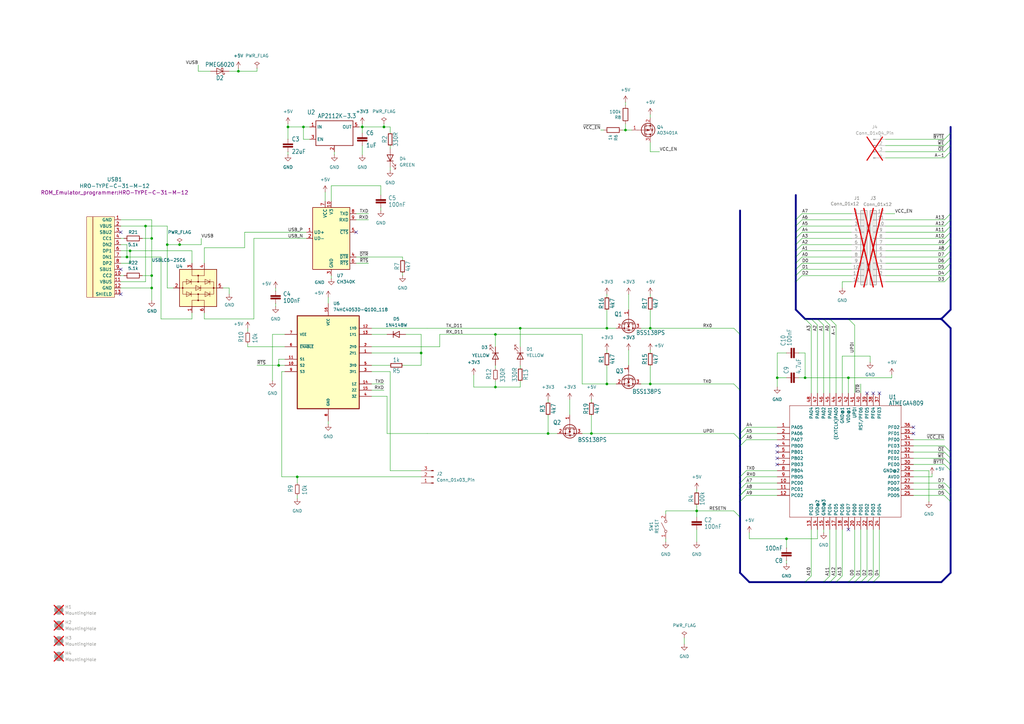
<source format=kicad_sch>
(kicad_sch
	(version 20231120)
	(generator "eeschema")
	(generator_version "8.0")
	(uuid "28fa76d1-9281-4306-81d2-b9e710546d0c")
	(paper "A3")
	(title_block
		(title "ROM Emulator Programmer")
		(date "2024-10-03")
		(rev "0.01")
		(company "Peter & Per")
	)
	
	(junction
		(at 121.92 195.58)
		(diameter 0)
		(color 0 0 0 0)
		(uuid "0d1f6abb-5305-4336-891d-c8ad04a56439")
	)
	(junction
		(at 53.34 102.87)
		(diameter 0)
		(color 0 0 0 0)
		(uuid "25fe08f4-9f66-4d53-a6a3-90a9a5f73936")
	)
	(junction
		(at 347.98 154.94)
		(diameter 0)
		(color 0 0 0 0)
		(uuid "29f471a5-1166-4216-b043-a68044debdba")
	)
	(junction
		(at 285.75 209.55)
		(diameter 0)
		(color 0 0 0 0)
		(uuid "2a734be5-512c-4549-8b37-6658fe51780b")
	)
	(junction
		(at 266.7 157.48)
		(diameter 0)
		(color 0 0 0 0)
		(uuid "3ba4e73c-d70a-4a41-9dd0-0a2a9871bb2f")
	)
	(junction
		(at 62.23 113.03)
		(diameter 0)
		(color 0 0 0 0)
		(uuid "49566c78-2e93-4a70-87a7-beae877b2725")
	)
	(junction
		(at 73.66 100.33)
		(diameter 0)
		(color 0 0 0 0)
		(uuid "52aa08b5-ad6f-410c-b3b8-45e39b58c6f8")
	)
	(junction
		(at 62.23 97.79)
		(diameter 0)
		(color 0 0 0 0)
		(uuid "53f90da0-9f08-4abf-bee0-42b3eed651d0")
	)
	(junction
		(at 213.36 134.62)
		(diameter 0)
		(color 0 0 0 0)
		(uuid "54934003-054f-415a-908a-2d219a23e302")
	)
	(junction
		(at 318.77 154.94)
		(diameter 0)
		(color 0 0 0 0)
		(uuid "5772eb95-057a-49a6-b3fc-f8593202da99")
	)
	(junction
		(at 68.58 100.33)
		(diameter 0)
		(color 0 0 0 0)
		(uuid "5b204ae1-18cb-48a1-8bfc-83bbb69cd4d6")
	)
	(junction
		(at 118.11 52.07)
		(diameter 0)
		(color 0 0 0 0)
		(uuid "5db75ccb-e4fe-40a2-beea-ae9dafcb1ef0")
	)
	(junction
		(at 330.2 154.94)
		(diameter 0)
		(color 0 0 0 0)
		(uuid "628920db-d769-4d82-a99e-f8adb116e895")
	)
	(junction
		(at 203.2 137.16)
		(diameter 0)
		(color 0 0 0 0)
		(uuid "6597da01-b2b9-463e-8794-5d9afb43b4a2")
	)
	(junction
		(at 203.2 158.75)
		(diameter 0)
		(color 0 0 0 0)
		(uuid "690bb759-99bc-4c4c-9f6c-2d99266a44ce")
	)
	(junction
		(at 224.79 177.8)
		(diameter 0)
		(color 0 0 0 0)
		(uuid "7190c1d9-0e32-4fdb-a8d7-3c80efa4016a")
	)
	(junction
		(at 62.23 118.11)
		(diameter 0)
		(color 0 0 0 0)
		(uuid "83226750-bbd5-4926-bda5-792bd20ce125")
	)
	(junction
		(at 322.58 220.98)
		(diameter 0)
		(color 0 0 0 0)
		(uuid "84f033be-32bb-45a0-9234-97ebb0e46b3b")
	)
	(junction
		(at 386.08 130.81)
		(diameter 0)
		(color 0 0 0 0)
		(uuid "9410afe5-3f02-4941-bdbd-949a040e381b")
	)
	(junction
		(at 59.69 92.71)
		(diameter 0)
		(color 0 0 0 0)
		(uuid "95f4ad0f-cbf7-4f0b-853d-1e746aca63b5")
	)
	(junction
		(at 157.48 52.07)
		(diameter 0)
		(color 0 0 0 0)
		(uuid "9b8807cb-1f7d-4f87-8871-26309c860e68")
	)
	(junction
		(at 248.92 157.48)
		(diameter 0)
		(color 0 0 0 0)
		(uuid "b4fc6f02-e341-4c02-8017-9971c9ab3f4e")
	)
	(junction
		(at 114.3 149.86)
		(diameter 0)
		(color 0 0 0 0)
		(uuid "b6c99374-6b94-4b71-a1f3-9485e58af053")
	)
	(junction
		(at 242.57 177.8)
		(diameter 0)
		(color 0 0 0 0)
		(uuid "c7f162f5-4f28-48e2-b665-37283972dda4")
	)
	(junction
		(at 266.7 134.62)
		(diameter 0)
		(color 0 0 0 0)
		(uuid "d2d8463d-db89-4f29-90fa-cb37ab50933d")
	)
	(junction
		(at 148.59 52.07)
		(diameter 0)
		(color 0 0 0 0)
		(uuid "d3db53cd-b126-4577-9067-15d46ac3dc52")
	)
	(junction
		(at 52.07 105.41)
		(diameter 0)
		(color 0 0 0 0)
		(uuid "de18eed2-d3aa-482d-a7b7-d338c262e634")
	)
	(junction
		(at 248.92 134.62)
		(diameter 0)
		(color 0 0 0 0)
		(uuid "e08b558c-5012-48f8-a0c1-4b153d781b82")
	)
	(junction
		(at 124.46 52.07)
		(diameter 0)
		(color 0 0 0 0)
		(uuid "e4945014-46f4-4640-8266-cbb33aeb1d9e")
	)
	(junction
		(at 97.79 29.21)
		(diameter 0)
		(color 0 0 0 0)
		(uuid "e4e4fe5a-3b98-499f-84a0-64c80cf04e96")
	)
	(junction
		(at 256.54 53.34)
		(diameter 0)
		(color 0 0 0 0)
		(uuid "f21ae05e-3001-43fa-b13c-5e5b5e370dd5")
	)
	(junction
		(at 172.72 144.78)
		(diameter 0)
		(color 0 0 0 0)
		(uuid "f5be8b5a-43b4-4d6d-81aa-710ff6672bb6")
	)
	(no_connect
		(at 358.14 161.29)
		(uuid "227c5be5-f782-4bb2-99b2-db227c4d58e3")
	)
	(no_connect
		(at 49.53 110.49)
		(uuid "327264a2-1cde-4c2c-b205-7c14a5dbbf5c")
	)
	(no_connect
		(at 347.98 217.17)
		(uuid "33e031f8-b2bf-43a8-b45b-02363745e06c")
	)
	(no_connect
		(at 318.77 185.42)
		(uuid "418a2b17-cd9e-441f-8b25-c4d0d51a66be")
	)
	(no_connect
		(at 318.77 182.88)
		(uuid "5b109c58-2026-4629-8bee-35fe74d70d77")
	)
	(no_connect
		(at 360.68 161.29)
		(uuid "5fbbfa6c-c786-43cd-9118-9a1148b6cd4a")
	)
	(no_connect
		(at 374.65 177.8)
		(uuid "600263bf-5de4-42b8-9169-074ce0852260")
	)
	(no_connect
		(at 49.53 120.65)
		(uuid "8f13f64b-0f5d-4f19-8290-830a7be2430d")
	)
	(no_connect
		(at 355.6 161.29)
		(uuid "b890e99b-a31e-4f71-9a01-f615eb290f71")
	)
	(no_connect
		(at 146.05 95.25)
		(uuid "c15fafae-9b2d-4f94-9859-525f9bb93994")
	)
	(no_connect
		(at 49.53 95.25)
		(uuid "e958ab6e-b7bc-41aa-8552-74f8a03fb1a1")
	)
	(no_connect
		(at 318.77 190.5)
		(uuid "eb2ca0d2-b774-429b-992e-72880025be2b")
	)
	(no_connect
		(at 374.65 175.26)
		(uuid "ed822e95-8a76-4b35-b8aa-35e79fd4e109")
	)
	(no_connect
		(at 318.77 187.96)
		(uuid "f5c85e36-0f25-44ae-8024-1f423dc8cf27")
	)
	(bus_entry
		(at 328.93 113.03)
		(size -2.54 2.54)
		(stroke
			(width 0)
			(type default)
		)
		(uuid "0aa1af16-689c-411d-94ed-9d2f18765aea")
	)
	(bus_entry
		(at 387.35 59.69)
		(size 2.54 -2.54)
		(stroke
			(width 0)
			(type default)
		)
		(uuid "16a685a5-abe1-429b-a85b-7fb5aeb91a98")
	)
	(bus_entry
		(at 328.93 87.63)
		(size -2.54 2.54)
		(stroke
			(width 0)
			(type default)
		)
		(uuid "16fb4579-8076-4569-a889-c74fb0a44e57")
	)
	(bus_entry
		(at 387.35 102.87)
		(size 2.54 -2.54)
		(stroke
			(width 0)
			(type default)
		)
		(uuid "17afc67b-cb84-41c7-a0d3-859bf042dd44")
	)
	(bus_entry
		(at 360.68 236.22)
		(size -2.54 2.54)
		(stroke
			(width 0)
			(type default)
		)
		(uuid "1910cc65-d552-4ede-8a47-7bb05d228f88")
	)
	(bus_entry
		(at 387.35 92.71)
		(size 2.54 -2.54)
		(stroke
			(width 0)
			(type default)
		)
		(uuid "1be8e402-e8e0-462a-9c1d-8b35ca998292")
	)
	(bus_entry
		(at 387.35 107.95)
		(size 2.54 -2.54)
		(stroke
			(width 0)
			(type default)
		)
		(uuid "20bfcef1-00cc-4234-972e-37a3aca6546c")
	)
	(bus_entry
		(at 342.9 236.22)
		(size -2.54 2.54)
		(stroke
			(width 0)
			(type default)
		)
		(uuid "232552e6-d3ce-4323-9878-9d0a815a4fb0")
	)
	(bus_entry
		(at 387.35 95.25)
		(size 2.54 -2.54)
		(stroke
			(width 0)
			(type default)
		)
		(uuid "2485caa4-edea-47d3-8564-cee6ac5cd45e")
	)
	(bus_entry
		(at 328.93 97.79)
		(size -2.54 2.54)
		(stroke
			(width 0)
			(type default)
		)
		(uuid "25026f63-23a1-4fdd-9ba1-d57454297aad")
	)
	(bus_entry
		(at 306.07 200.66)
		(size -2.54 2.54)
		(stroke
			(width 0)
			(type default)
		)
		(uuid "25935f77-39bc-4b3c-a923-1df4383556b3")
	)
	(bus_entry
		(at 306.07 177.8)
		(size -2.54 2.54)
		(stroke
			(width 0)
			(type default)
		)
		(uuid "25ab4834-eba0-46db-85de-b05220deb2bd")
	)
	(bus_entry
		(at 342.9 133.35)
		(size -2.54 -2.54)
		(stroke
			(width 0)
			(type default)
		)
		(uuid "28dc474f-e6e9-4bfe-aaa4-5cf8802ba712")
	)
	(bus_entry
		(at 387.35 200.66)
		(size 2.54 2.54)
		(stroke
			(width 0)
			(type default)
		)
		(uuid "2c1f6dc9-e875-485a-8268-d7844c713a09")
	)
	(bus_entry
		(at 328.93 100.33)
		(size -2.54 2.54)
		(stroke
			(width 0)
			(type default)
		)
		(uuid "2efdf071-883b-4862-b301-80ffe5be0ca0")
	)
	(bus_entry
		(at 387.35 57.15)
		(size 2.54 -2.54)
		(stroke
			(width 0)
			(type default)
		)
		(uuid "2f3f09fe-9c8f-4565-89a0-4fda67bdfe1e")
	)
	(bus_entry
		(at 387.35 110.49)
		(size 2.54 -2.54)
		(stroke
			(width 0)
			(type default)
		)
		(uuid "306f09d3-c117-4330-9407-5c4d49ce0b53")
	)
	(bus_entry
		(at 337.82 133.35)
		(size -2.54 -2.54)
		(stroke
			(width 0)
			(type default)
		)
		(uuid "33649431-c1c8-43cd-9acd-2c9a7d3321e8")
	)
	(bus_entry
		(at 387.35 97.79)
		(size 2.54 -2.54)
		(stroke
			(width 0)
			(type default)
		)
		(uuid "35824b65-6ec4-46e2-b5c4-eac478b69c2b")
	)
	(bus_entry
		(at 387.35 64.77)
		(size 2.54 -2.54)
		(stroke
			(width 0)
			(type default)
		)
		(uuid "4c7cc51e-3724-449d-adbb-3ea092cbc57e")
	)
	(bus_entry
		(at 355.6 236.22)
		(size -2.54 2.54)
		(stroke
			(width 0)
			(type default)
		)
		(uuid "5015131d-c2ac-424e-a78c-0a05714f6fac")
	)
	(bus_entry
		(at 328.93 90.17)
		(size -2.54 2.54)
		(stroke
			(width 0)
			(type default)
		)
		(uuid "51bbb9fa-f4ea-4874-a7d9-4741da0d4ce4")
	)
	(bus_entry
		(at 328.93 102.87)
		(size -2.54 2.54)
		(stroke
			(width 0)
			(type default)
		)
		(uuid "57919088-5913-4eda-b3f9-047a2b97203c")
	)
	(bus_entry
		(at 358.14 236.22)
		(size -2.54 2.54)
		(stroke
			(width 0)
			(type default)
		)
		(uuid "58c68571-7bb1-4e02-969f-0f375d588f18")
	)
	(bus_entry
		(at 306.07 198.12)
		(size -2.54 2.54)
		(stroke
			(width 0)
			(type default)
		)
		(uuid "5d39ca08-1f9e-4a7f-b076-da956f2d39f8")
	)
	(bus_entry
		(at 300.99 157.48)
		(size 2.54 2.54)
		(stroke
			(width 0)
			(type default)
		)
		(uuid "668eecfb-898e-4f3f-9125-ea0e2700ea44")
	)
	(bus_entry
		(at 306.07 180.34)
		(size -2.54 2.54)
		(stroke
			(width 0)
			(type default)
		)
		(uuid "66fa855d-9aab-4934-a28c-54da3fba9912")
	)
	(bus_entry
		(at 387.35 62.23)
		(size 2.54 -2.54)
		(stroke
			(width 0)
			(type default)
		)
		(uuid "69305812-d088-44f4-85c7-a578cdaed436")
	)
	(bus_entry
		(at 387.35 185.42)
		(size 2.54 2.54)
		(stroke
			(width 0)
			(type default)
		)
		(uuid "71ae20e8-c87e-4827-916b-ba5efd75b6be")
	)
	(bus_entry
		(at 387.35 100.33)
		(size 2.54 -2.54)
		(stroke
			(width 0)
			(type default)
		)
		(uuid "7224c973-9db9-4da6-acd6-6fbf779b56fb")
	)
	(bus_entry
		(at 387.35 182.88)
		(size 2.54 2.54)
		(stroke
			(width 0)
			(type default)
		)
		(uuid "751fcfbd-021b-48c2-8fed-ed24c23b0557")
	)
	(bus_entry
		(at 332.74 236.22)
		(size -2.54 2.54)
		(stroke
			(width 0)
			(type default)
		)
		(uuid "7579ff0e-c314-44ab-a8a0-47817b1c8abb")
	)
	(bus_entry
		(at 306.07 193.04)
		(size -2.54 2.54)
		(stroke
			(width 0)
			(type default)
		)
		(uuid "7c422821-4b95-406d-916e-9666fd8aa869")
	)
	(bus_entry
		(at 300.99 134.62)
		(size 2.54 2.54)
		(stroke
			(width 0)
			(type default)
		)
		(uuid "7c9b0bd5-fae6-4cfe-a80f-1c525793abb9")
	)
	(bus_entry
		(at 387.35 113.03)
		(size 2.54 -2.54)
		(stroke
			(width 0)
			(type default)
		)
		(uuid "7f71c6f6-fc39-480a-870c-642f356424fe")
	)
	(bus_entry
		(at 328.93 92.71)
		(size -2.54 2.54)
		(stroke
			(width 0)
			(type default)
		)
		(uuid "7fb0f4c9-65d2-4a8f-a048-ee7a67f238b2")
	)
	(bus_entry
		(at 300.99 177.8)
		(size 2.54 2.54)
		(stroke
			(width 0)
			(type default)
		)
		(uuid "81cecfa1-cb57-4c42-bca6-3ae4b0631463")
	)
	(bus_entry
		(at 306.07 200.66)
		(size -2.54 2.54)
		(stroke
			(width 0)
			(type default)
		)
		(uuid "842ecb31-5cfe-4144-8683-3c6d1331ff77")
	)
	(bus_entry
		(at 387.35 90.17)
		(size 2.54 -2.54)
		(stroke
			(width 0)
			(type default)
		)
		(uuid "85859c3c-9ec5-4020-b4b2-424ee21c7f31")
	)
	(bus_entry
		(at 328.93 95.25)
		(size -2.54 2.54)
		(stroke
			(width 0)
			(type default)
		)
		(uuid "866292a7-49b7-4edc-a078-0b67d6d4ae4c")
	)
	(bus_entry
		(at 340.36 236.22)
		(size -2.54 2.54)
		(stroke
			(width 0)
			(type default)
		)
		(uuid "8790097f-ce2c-4cee-974d-6aba0753c60f")
	)
	(bus_entry
		(at 387.35 105.41)
		(size 2.54 -2.54)
		(stroke
			(width 0)
			(type default)
		)
		(uuid "92d378de-bc20-41a0-a9b1-dc67fc4b1c50")
	)
	(bus_entry
		(at 306.07 203.2)
		(size -2.54 2.54)
		(stroke
			(width 0)
			(type default)
		)
		(uuid "9e30d67c-3181-421c-aea0-c2f47e295343")
	)
	(bus_entry
		(at 387.35 198.12)
		(size 2.54 2.54)
		(stroke
			(width 0)
			(type default)
		)
		(uuid "a09ab4d8-6519-4e2b-a8eb-bd4d95fb7897")
	)
	(bus_entry
		(at 306.07 195.58)
		(size -2.54 2.54)
		(stroke
			(width 0)
			(type default)
		)
		(uuid "a146ad34-41ff-4206-a19d-0be39c0cd6ab")
	)
	(bus_entry
		(at 387.35 187.96)
		(size 2.54 2.54)
		(stroke
			(width 0)
			(type default)
		)
		(uuid "a3a8ab07-58fb-49b6-8265-0000d373c0f4")
	)
	(bus_entry
		(at 328.93 107.95)
		(size -2.54 2.54)
		(stroke
			(width 0)
			(type default)
		)
		(uuid "ae2c274e-1b19-43dc-ba01-7842f12c853c")
	)
	(bus_entry
		(at 345.44 236.22)
		(size -2.54 2.54)
		(stroke
			(width 0)
			(type default)
		)
		(uuid "ae907c98-f150-4cfe-8683-866f547cddc3")
	)
	(bus_entry
		(at 328.93 105.41)
		(size -2.54 2.54)
		(stroke
			(width 0)
			(type default)
		)
		(uuid "aec6c226-2370-48f5-a6b8-7c050a1b034a")
	)
	(bus_entry
		(at 387.35 115.57)
		(size 2.54 -2.54)
		(stroke
			(width 0)
			(type default)
		)
		(uuid "b52cd8fb-a4e1-485e-8296-2595c0d87705")
	)
	(bus_entry
		(at 340.36 133.35)
		(size -2.54 -2.54)
		(stroke
			(width 0)
			(type default)
		)
		(uuid "b71aef7b-0325-4713-b6e1-27f4aba133ac")
	)
	(bus_entry
		(at 328.93 110.49)
		(size -2.54 2.54)
		(stroke
			(width 0)
			(type default)
		)
		(uuid "b943ddf4-d7e8-49fe-a5a8-27433629e951")
	)
	(bus_entry
		(at 300.99 209.55)
		(size 2.54 2.54)
		(stroke
			(width 0)
			(type default)
		)
		(uuid "bd83e3c9-e2a7-47a7-abc0-eefb902aac33")
	)
	(bus_entry
		(at 332.74 133.35)
		(size -2.54 -2.54)
		(stroke
			(width 0)
			(type default)
		)
		(uuid "be8ad4d9-f125-45ee-84c7-8700267dc8d3")
	)
	(bus_entry
		(at 387.35 190.5)
		(size 2.54 2.54)
		(stroke
			(width 0)
			(type default)
		)
		(uuid "c51268ad-6885-4322-8e4d-c67d857e3d23")
	)
	(bus_entry
		(at 353.06 236.22)
		(size -2.54 2.54)
		(stroke
			(width 0)
			(type default)
		)
		(uuid "cf1061d4-aedb-44b3-afee-d2e2aef0f8d9")
	)
	(bus_entry
		(at 306.07 175.26)
		(size -2.54 2.54)
		(stroke
			(width 0)
			(type default)
		)
		(uuid "e3aec4cb-12fc-4eec-864a-0cb00c18c397")
	)
	(bus_entry
		(at 387.35 203.2)
		(size 2.54 2.54)
		(stroke
			(width 0)
			(type default)
		)
		(uuid "e9354dbe-5ab2-445d-afa8-6c25f014f2ea")
	)
	(bus_entry
		(at 335.28 133.35)
		(size -2.54 -2.54)
		(stroke
			(width 0)
			(type default)
		)
		(uuid "eb4e5123-fe35-45e0-a9e4-095e9ee5ea6b")
	)
	(bus_entry
		(at 350.52 236.22)
		(size -2.54 2.54)
		(stroke
			(width 0)
			(type default)
		)
		(uuid "ef562df2-da45-448a-b1c9-9e75f319a6fb")
	)
	(bus_entry
		(at 350.52 133.35)
		(size -2.54 -2.54)
		(stroke
			(width 0)
			(type default)
		)
		(uuid "f94ee951-5821-4e10-8d0b-78426479034e")
	)
	(bus
		(pts
			(xy 389.89 102.87) (xy 389.89 105.41)
		)
		(stroke
			(width 0.762)
			(type solid)
		)
		(uuid "009e38fb-06d8-4f52-a649-342a66806d07")
	)
	(wire
		(pts
			(xy 347.98 154.94) (xy 365.76 154.94)
		)
		(stroke
			(width 0.1524)
			(type solid)
		)
		(uuid "013a424d-0c63-410d-a030-e123de418a7b")
	)
	(wire
		(pts
			(xy 62.23 97.79) (xy 62.23 113.03)
		)
		(stroke
			(width 0)
			(type default)
		)
		(uuid "015919bb-bf9a-4193-8487-a1d36051865d")
	)
	(wire
		(pts
			(xy 256.54 53.34) (xy 259.08 53.34)
		)
		(stroke
			(width 0)
			(type default)
		)
		(uuid "0381a88b-5251-4399-bd12-fa44317dd30d")
	)
	(wire
		(pts
			(xy 374.65 193.04) (xy 381 193.04)
		)
		(stroke
			(width 0)
			(type default)
		)
		(uuid "042e4ed2-7259-4e1d-bf91-590c01946f4d")
	)
	(bus
		(pts
			(xy 326.39 92.71) (xy 326.39 90.17)
		)
		(stroke
			(width 0.762)
			(type solid)
		)
		(uuid "0509aad3-98e1-46b0-b088-0edb29aa5c30")
	)
	(wire
		(pts
			(xy 134.62 121.92) (xy 134.62 124.46)
		)
		(stroke
			(width 0)
			(type default)
		)
		(uuid "052fba4b-da4c-482c-9604-43c5506f6e62")
	)
	(bus
		(pts
			(xy 389.89 110.49) (xy 389.89 113.03)
		)
		(stroke
			(width 0.762)
			(type solid)
		)
		(uuid "0752531a-d6a4-4814-85e2-02e48ec0dbe8")
	)
	(wire
		(pts
			(xy 349.25 105.41) (xy 328.93 105.41)
		)
		(stroke
			(width 0)
			(type default)
		)
		(uuid "08393765-15ca-4832-89b7-61d85d407e61")
	)
	(wire
		(pts
			(xy 285.75 209.55) (xy 285.75 212.09)
		)
		(stroke
			(width 0.1524)
			(type solid)
		)
		(uuid "09a2fcd5-31bc-439a-bec7-893d00ec7144")
	)
	(wire
		(pts
			(xy 238.76 177.8) (xy 242.57 177.8)
		)
		(stroke
			(width 0.1524)
			(type solid)
		)
		(uuid "09b96df1-f1d8-402f-9c78-8dc9c0aa6ae7")
	)
	(wire
		(pts
			(xy 318.77 158.75) (xy 318.77 154.94)
		)
		(stroke
			(width 0)
			(type default)
		)
		(uuid "09c3e1ac-4617-482c-9e3c-dd2907fcde2d")
	)
	(wire
		(pts
			(xy 147.32 52.07) (xy 148.59 52.07)
		)
		(stroke
			(width 0.1524)
			(type solid)
		)
		(uuid "09ca1d16-aeab-4480-b710-8f30bfc75e0e")
	)
	(wire
		(pts
			(xy 66.04 105.41) (xy 66.04 130.81)
		)
		(stroke
			(width 0)
			(type default)
		)
		(uuid "0a049206-63c3-45b7-81ea-36e71c351f4c")
	)
	(wire
		(pts
			(xy 91.44 118.11) (xy 93.98 118.11)
		)
		(stroke
			(width 0)
			(type default)
		)
		(uuid "0b52a2b9-964f-48a9-8b9e-477085330ef3")
	)
	(wire
		(pts
			(xy 121.92 195.58) (xy 172.72 195.58)
		)
		(stroke
			(width 0)
			(type default)
		)
		(uuid "0b5cf8f2-096e-42c2-8b88-f86d1834cb82")
	)
	(wire
		(pts
			(xy 134.62 172.72) (xy 134.62 173.99)
		)
		(stroke
			(width 0)
			(type default)
		)
		(uuid "0d5127a6-a167-4f21-9067-339e2e7ceef1")
	)
	(wire
		(pts
			(xy 213.36 142.24) (xy 213.36 134.62)
		)
		(stroke
			(width 0.1524)
			(type solid)
		)
		(uuid "0dd763da-7cdd-419f-90af-3a458ce0a481")
	)
	(wire
		(pts
			(xy 363.22 87.63) (xy 367.03 87.63)
		)
		(stroke
			(width 0)
			(type default)
		)
		(uuid "0e2acd85-a123-41b7-93c4-ab43a356d450")
	)
	(wire
		(pts
			(xy 118.11 62.23) (xy 118.11 63.5)
		)
		(stroke
			(width 0)
			(type default)
		)
		(uuid "0e4bb3c0-49f2-43ef-a951-3f67164b3b08")
	)
	(wire
		(pts
			(xy 349.25 100.33) (xy 328.93 100.33)
		)
		(stroke
			(width 0)
			(type default)
		)
		(uuid "0ebfff8f-895d-414b-8952-e54f5e5af4a5")
	)
	(wire
		(pts
			(xy 146.05 107.95) (xy 151.13 107.95)
		)
		(stroke
			(width 0)
			(type default)
		)
		(uuid "0fe8d0af-bcd1-44dd-9c0b-2cb075be43ce")
	)
	(wire
		(pts
			(xy 165.1 111.76) (xy 165.1 113.03)
		)
		(stroke
			(width 0)
			(type default)
		)
		(uuid "0ff77c00-fec1-4b33-adef-55d4bf5ae076")
	)
	(wire
		(pts
			(xy 327.66 154.94) (xy 330.2 154.94)
		)
		(stroke
			(width 0.1524)
			(type solid)
		)
		(uuid "11212c01-7978-4656-a750-69f7b1e63e9f")
	)
	(bus
		(pts
			(xy 389.89 113.03) (xy 389.89 127)
		)
		(stroke
			(width 0.762)
			(type solid)
		)
		(uuid "1177ab42-a473-4fd1-9ba0-7f73b4985297")
	)
	(wire
		(pts
			(xy 349.25 90.17) (xy 328.93 90.17)
		)
		(stroke
			(width 0)
			(type default)
		)
		(uuid "12c7cffc-e85d-4800-9f6d-b94edff32052")
	)
	(bus
		(pts
			(xy 342.9 238.76) (xy 347.98 238.76)
		)
		(stroke
			(width 0.762)
			(type solid)
		)
		(uuid "1300f3ec-1477-4228-9d48-992c9e0a6f65")
	)
	(bus
		(pts
			(xy 350.52 238.76) (xy 353.06 238.76)
		)
		(stroke
			(width 0.762)
			(type solid)
		)
		(uuid "16235157-2cf7-4cf5-b472-e5bef53e0c1b")
	)
	(wire
		(pts
			(xy 175.26 177.8) (xy 224.79 177.8)
		)
		(stroke
			(width 0.1524)
			(type solid)
		)
		(uuid "16986530-80d7-48cb-91d0-4d078eb5b791")
	)
	(bus
		(pts
			(xy 353.06 238.76) (xy 355.6 238.76)
		)
		(stroke
			(width 0.762)
			(type solid)
		)
		(uuid "1744e8ae-2f53-4a25-b5a2-90744d83b232")
	)
	(bus
		(pts
			(xy 389.89 97.79) (xy 389.89 100.33)
		)
		(stroke
			(width 0.762)
			(type solid)
		)
		(uuid "1756d4fc-8430-4535-8587-3ddbfc109c60")
	)
	(wire
		(pts
			(xy 115.57 195.58) (xy 121.92 195.58)
		)
		(stroke
			(width 0)
			(type default)
		)
		(uuid "1804159d-5d95-4350-94e9-bca4f08e878b")
	)
	(wire
		(pts
			(xy 228.6 177.8) (xy 224.79 177.8)
		)
		(stroke
			(width 0.1524)
			(type solid)
		)
		(uuid "187cb4fc-7dbd-4cd1-bba4-a32961953a1d")
	)
	(bus
		(pts
			(xy 326.39 105.41) (xy 326.39 102.87)
		)
		(stroke
			(width 0.762)
			(type solid)
		)
		(uuid "18ad8ee6-dda0-42f9-9290-c2e84f19e80d")
	)
	(wire
		(pts
			(xy 160.02 152.4) (xy 160.02 193.04)
		)
		(stroke
			(width 0)
			(type default)
		)
		(uuid "1983c23b-6fcb-4416-aee0-8a4e17c77057")
	)
	(wire
		(pts
			(xy 158.75 177.8) (xy 175.26 177.8)
		)
		(stroke
			(width 0)
			(type default)
		)
		(uuid "1cbd6778-760c-4ee9-8e5e-96833a8ee8b4")
	)
	(wire
		(pts
			(xy 318.77 195.58) (xy 306.07 195.58)
		)
		(stroke
			(width 0.1524)
			(type solid)
		)
		(uuid "1eab1aa2-e84d-4cc1-b606-b47612e8b88b")
	)
	(wire
		(pts
			(xy 318.77 154.94) (xy 322.58 154.94)
		)
		(stroke
			(width 0)
			(type default)
		)
		(uuid "1eb334ba-07be-46cf-91b9-6057a111fdcb")
	)
	(wire
		(pts
			(xy 62.23 113.03) (xy 62.23 118.11)
		)
		(stroke
			(width 0)
			(type default)
		)
		(uuid "1ec0a4bb-c245-46b2-b58d-26cdaf073780")
	)
	(wire
		(pts
			(xy 349.25 92.71) (xy 328.93 92.71)
		)
		(stroke
			(width 0)
			(type default)
		)
		(uuid "2018ab69-1b58-4b1c-be6d-630c9493131b")
	)
	(wire
		(pts
			(xy 194.31 158.75) (xy 203.2 158.75)
		)
		(stroke
			(width 0)
			(type default)
		)
		(uuid "20b7ee20-30c5-46c9-a107-3283254549af")
	)
	(wire
		(pts
			(xy 340.36 161.29) (xy 340.36 133.35)
		)
		(stroke
			(width 0.1524)
			(type solid)
		)
		(uuid "20fb9ccb-4ef5-469b-88ab-fd2d1ed94c7e")
	)
	(wire
		(pts
			(xy 273.05 220.98) (xy 273.05 222.25)
		)
		(stroke
			(width 0)
			(type default)
		)
		(uuid "214a7ee8-8efd-4ad8-a40a-91e79ad8be86")
	)
	(wire
		(pts
			(xy 152.4 134.62) (xy 175.26 134.62)
		)
		(stroke
			(width 0)
			(type default)
		)
		(uuid "217b16ee-b803-4f3e-af6d-0d6c4e0fd9c1")
	)
	(wire
		(pts
			(xy 363.22 92.71) (xy 387.35 92.71)
		)
		(stroke
			(width 0)
			(type default)
		)
		(uuid "21d72ae5-41c2-4531-8ed7-777e28225e5c")
	)
	(wire
		(pts
			(xy 266.7 134.62) (xy 300.99 134.62)
		)
		(stroke
			(width 0.1524)
			(type solid)
		)
		(uuid "21fd52e5-5515-461c-84f7-3112a5a1f945")
	)
	(wire
		(pts
			(xy 53.34 102.87) (xy 78.74 102.87)
		)
		(stroke
			(width 0)
			(type default)
		)
		(uuid "22be691a-d2f7-4b76-82b7-b3454c5f6574")
	)
	(wire
		(pts
			(xy 62.23 118.11) (xy 62.23 123.19)
		)
		(stroke
			(width 0)
			(type default)
		)
		(uuid "2300fff3-6ac5-49f7-85d8-0262eb9d8349")
	)
	(wire
		(pts
			(xy 203.2 142.24) (xy 203.2 137.16)
		)
		(stroke
			(width 0.1524)
			(type solid)
		)
		(uuid "231165a3-4e2f-4693-8bf1-8dff36d0f418")
	)
	(bus
		(pts
			(xy 303.53 200.66) (xy 303.53 198.12)
		)
		(stroke
			(width 0.762)
			(type solid)
		)
		(uuid "2378be87-b70d-48b9-9032-240b9e5821df")
	)
	(wire
		(pts
			(xy 285.75 209.55) (xy 273.05 209.55)
		)
		(stroke
			(width 0.1524)
			(type solid)
		)
		(uuid "23ae37f7-0064-4193-ab8e-d6a22a1e843d")
	)
	(bus
		(pts
			(xy 326.39 107.95) (xy 326.39 105.41)
		)
		(stroke
			(width 0.762)
			(type solid)
		)
		(uuid "23b08d59-f152-479e-8bfd-78fe22932cfc")
	)
	(wire
		(pts
			(xy 248.92 127) (xy 248.92 134.62)
		)
		(stroke
			(width 0.1524)
			(type solid)
		)
		(uuid "23c7bfe4-eaa0-4bfb-9f62-3e2c701899e5")
	)
	(wire
		(pts
			(xy 148.59 52.07) (xy 148.59 50.8)
		)
		(stroke
			(width 0.1524)
			(type solid)
		)
		(uuid "244e53d4-5e2c-4aaa-a796-d3fea53c68b3")
	)
	(bus
		(pts
			(xy 389.89 62.23) (xy 389.89 87.63)
		)
		(stroke
			(width 0.762)
			(type solid)
		)
		(uuid "24dd2c5d-86f0-4ec5-b6e4-6ee4c7cab5bd")
	)
	(bus
		(pts
			(xy 307.34 238.76) (xy 303.53 234.95)
		)
		(stroke
			(width 0.762)
			(type solid)
		)
		(uuid "24f9edcc-32d4-4da1-92c1-6a803eab182c")
	)
	(wire
		(pts
			(xy 105.41 29.21) (xy 105.41 27.94)
		)
		(stroke
			(width 0)
			(type default)
		)
		(uuid "25e47d13-f83c-4b36-918e-de41ac914996")
	)
	(bus
		(pts
			(xy 303.53 203.2) (xy 303.53 205.74)
		)
		(stroke
			(width 0.762)
			(type solid)
		)
		(uuid "27755419-bda5-4635-9da3-d7b708346a7f")
	)
	(wire
		(pts
			(xy 266.7 143.51) (xy 266.7 144.78)
		)
		(stroke
			(width 0)
			(type default)
		)
		(uuid "2adaaf9d-6341-4463-b2c2-fd4670cc39cd")
	)
	(bus
		(pts
			(xy 326.39 80.01) (xy 326.39 90.17)
		)
		(stroke
			(width 0.762)
			(type solid)
		)
		(uuid "2ba86e6b-d314-4e63-a775-66d93ff94e5a")
	)
	(bus
		(pts
			(xy 303.53 160.02) (xy 303.53 137.16)
		)
		(stroke
			(width 0.762)
			(type solid)
		)
		(uuid "2c66870b-d0b8-4b83-9a66-233c4359d44b")
	)
	(wire
		(pts
			(xy 318.77 144.78) (xy 322.58 144.78)
		)
		(stroke
			(width 0)
			(type default)
		)
		(uuid "2cfda724-8e8a-41e3-80f9-005fa80ad197")
	)
	(wire
		(pts
			(xy 248.92 149.86) (xy 248.92 157.48)
		)
		(stroke
			(width 0.1524)
			(type solid)
		)
		(uuid "2d135478-c8e9-4c22-93a5-86ce57f71e7c")
	)
	(wire
		(pts
			(xy 49.53 92.71) (xy 59.69 92.71)
		)
		(stroke
			(width 0)
			(type default)
		)
		(uuid "2de501c6-8a0d-43ab-a625-7e56e9567fee")
	)
	(bus
		(pts
			(xy 358.14 238.76) (xy 386.08 238.76)
		)
		(stroke
			(width 0.762)
			(type solid)
		)
		(uuid "2e71ef3f-af3f-44df-8112-312e0ae37782")
	)
	(wire
		(pts
			(xy 363.22 115.57) (xy 387.35 115.57)
		)
		(stroke
			(width 0)
			(type default)
		)
		(uuid "2f04fef7-6359-4dee-97c3-872a2308cf02")
	)
	(bus
		(pts
			(xy 332.74 130.81) (xy 330.2 130.81)
		)
		(stroke
			(width 0.762)
			(type solid)
		)
		(uuid "2fd66dbb-d7f1-42f5-8a28-156223f96917")
	)
	(bus
		(pts
			(xy 389.89 234.95) (xy 389.89 205.74)
		)
		(stroke
			(width 0.762)
			(type solid)
		)
		(uuid "30b3fd97-8875-468e-8bbd-29b1e6ea0f41")
	)
	(wire
		(pts
			(xy 356.87 148.59) (xy 356.87 146.05)
		)
		(stroke
			(width 0)
			(type default)
		)
		(uuid "31868d51-0a97-4c33-95c5-57011daea4f7")
	)
	(wire
		(pts
			(xy 166.37 137.16) (xy 172.72 137.16)
		)
		(stroke
			(width 0)
			(type default)
		)
		(uuid "32fc3a44-dd95-4980-821a-acb2266f51af")
	)
	(wire
		(pts
			(xy 172.72 144.78) (xy 172.72 137.16)
		)
		(stroke
			(width 0)
			(type default)
		)
		(uuid "338f900e-44ef-4935-88ce-7e65c81d4981")
	)
	(wire
		(pts
			(xy 114.3 147.32) (xy 114.3 149.86)
		)
		(stroke
			(width 0)
			(type default)
		)
		(uuid "343b6689-ae80-44d4-913f-51c1b9c6248e")
	)
	(wire
		(pts
			(xy 58.42 97.79) (xy 62.23 97.79)
		)
		(stroke
			(width 0)
			(type default)
		)
		(uuid "34913f22-09d2-4c06-8649-234e8665a34d")
	)
	(wire
		(pts
			(xy 113.03 118.11) (xy 113.03 119.38)
		)
		(stroke
			(width 0)
			(type default)
		)
		(uuid "34da4228-f370-437c-b988-f24ea289f74e")
	)
	(bus
		(pts
			(xy 389.89 200.66) (xy 389.89 193.04)
		)
		(stroke
			(width 0.762)
			(type solid)
		)
		(uuid "35137d75-cbac-4a59-9a03-826fe702466c")
	)
	(wire
		(pts
			(xy 213.36 149.86) (xy 213.36 151.13)
		)
		(stroke
			(width 0)
			(type default)
		)
		(uuid "35378b14-3990-4e5e-91e7-cf2e4b7c4e2c")
	)
	(wire
		(pts
			(xy 328.93 107.95) (xy 349.25 107.95)
		)
		(stroke
			(width 0)
			(type default)
		)
		(uuid "35ab9d8f-d203-46b2-bd98-94bb4d97c0ea")
	)
	(wire
		(pts
			(xy 255.27 53.34) (xy 256.54 53.34)
		)
		(stroke
			(width 0)
			(type default)
		)
		(uuid "3766d906-4b6b-4091-b532-dc0a3179d153")
	)
	(wire
		(pts
			(xy 381 193.04) (xy 381 205.74)
		)
		(stroke
			(width 0)
			(type default)
		)
		(uuid "3a2078cc-5cd1-4839-9088-ea1d7e726567")
	)
	(wire
		(pts
			(xy 118.11 52.07) (xy 118.11 57.15)
		)
		(stroke
			(width 0.1524)
			(type solid)
		)
		(uuid "3ad637be-ab5c-41ee-8c61-b2bad995a4a0")
	)
	(wire
		(pts
			(xy 68.58 118.11) (xy 71.12 118.11)
		)
		(stroke
			(width 0)
			(type default)
		)
		(uuid "3bbb893f-6ca9-4510-bbe3-d28752a6395d")
	)
	(wire
		(pts
			(xy 374.65 190.5) (xy 387.35 190.5)
		)
		(stroke
			(width 0.1524)
			(type solid)
		)
		(uuid "3c3163a8-fc90-476d-8cf5-87ef721a3cf0")
	)
	(wire
		(pts
			(xy 104.14 97.79) (xy 104.14 130.81)
		)
		(stroke
			(width 0)
			(type default)
		)
		(uuid "3cbab137-a3b3-4dbe-aaa0-38d4538b3189")
	)
	(wire
		(pts
			(xy 83.82 101.6) (xy 83.82 107.95)
		)
		(stroke
			(width 0)
			(type default)
		)
		(uuid "3cda15b6-1f5a-42e5-af9b-6cacb27a245a")
	)
	(wire
		(pts
			(xy 152.4 137.16) (xy 158.75 137.16)
		)
		(stroke
			(width 0)
			(type default)
		)
		(uuid "3d1b4fc1-00f4-49b7-be82-f9a4d2257429")
	)
	(wire
		(pts
			(xy 83.82 130.81) (xy 104.14 130.81)
		)
		(stroke
			(width 0)
			(type default)
		)
		(uuid "3dbe20ec-ed3c-434a-973b-7d816d016d23")
	)
	(wire
		(pts
			(xy 318.77 203.2) (xy 306.07 203.2)
		)
		(stroke
			(width 0.1524)
			(type solid)
		)
		(uuid "3dbe62f7-dc53-4a23-99be-34f981a57410")
	)
	(wire
		(pts
			(xy 335.28 161.29) (xy 335.28 133.35)
		)
		(stroke
			(width 0.1524)
			(type solid)
		)
		(uuid "3e5c746d-ae0b-4327-91f2-63f01bcda125")
	)
	(wire
		(pts
			(xy 62.23 90.17) (xy 62.23 97.79)
		)
		(stroke
			(width 0)
			(type default)
		)
		(uuid "3f0df521-bc5a-4081-878d-c025f03eae8c")
	)
	(wire
		(pts
			(xy 213.36 158.75) (xy 213.36 156.21)
		)
		(stroke
			(width 0.1524)
			(type solid)
		)
		(uuid "3f17a8c3-f69b-4ea0-814c-0b027286e1ce")
	)
	(wire
		(pts
			(xy 257.81 143.51) (xy 257.81 149.86)
		)
		(stroke
			(width 0)
			(type default)
		)
		(uuid "3f20a456-9c9b-46ce-8c5a-a86c0f8e7e34")
	)
	(bus
		(pts
			(xy 389.89 100.33) (xy 389.89 102.87)
		)
		(stroke
			(width 0.762)
			(type solid)
		)
		(uuid "42247e34-6ad4-4062-bbed-fdd54086d6ab")
	)
	(wire
		(pts
			(xy 194.31 153.67) (xy 194.31 158.75)
		)
		(stroke
			(width 0)
			(type default)
		)
		(uuid "430ca375-911b-4a68-9dc8-917ca67cd21a")
	)
	(wire
		(pts
			(xy 49.53 107.95) (xy 53.34 107.95)
		)
		(stroke
			(width 0)
			(type default)
		)
		(uuid "44ad6771-8d72-4b7c-803a-c7dace71088c")
	)
	(wire
		(pts
			(xy 158.75 162.56) (xy 158.75 177.8)
		)
		(stroke
			(width 0)
			(type default)
		)
		(uuid "44c3df53-5df7-487b-8389-d57f2ee3e263")
	)
	(bus
		(pts
			(xy 389.89 107.95) (xy 389.89 110.49)
		)
		(stroke
			(width 0.762)
			(type solid)
		)
		(uuid "45fd6200-c9e2-49c0-a7a1-3cdca12f2739")
	)
	(bus
		(pts
			(xy 347.98 130.81) (xy 386.08 130.81)
		)
		(stroke
			(width 0.762)
			(type solid)
		)
		(uuid "464bd627-43c9-442c-a223-b74092088466")
	)
	(wire
		(pts
			(xy 53.34 102.87) (xy 53.34 107.95)
		)
		(stroke
			(width 0)
			(type default)
		)
		(uuid "48067404-e5ff-46dc-9842-fdc3924513f8")
	)
	(wire
		(pts
			(xy 242.57 177.8) (xy 242.57 170.18)
		)
		(stroke
			(width 0.1524)
			(type solid)
		)
		(uuid "48f91848-daf6-419f-8845-4a80a3e6bfc4")
	)
	(wire
		(pts
			(xy 342.9 217.17) (xy 342.9 236.22)
		)
		(stroke
			(width 0.1524)
			(type solid)
		)
		(uuid "4a2c3157-883d-4a67-b226-16efee8e353e")
	)
	(bus
		(pts
			(xy 326.39 115.57) (xy 326.39 127)
		)
		(stroke
			(width 0.762)
			(type solid)
		)
		(uuid "4b3510aa-ade1-49d9-861c-0a7c0789553c")
	)
	(wire
		(pts
			(xy 374.65 187.96) (xy 387.35 187.96)
		)
		(stroke
			(width 0.1524)
			(type solid)
		)
		(uuid "4b4afb1f-970c-47de-a1a9-4474a9510e6f")
	)
	(wire
		(pts
			(xy 105.41 149.86) (xy 114.3 149.86)
		)
		(stroke
			(width 0)
			(type default)
		)
		(uuid "4be03aab-5588-4213-9f0e-a22fd6acfd3c")
	)
	(wire
		(pts
			(xy 374.65 182.88) (xy 387.35 182.88)
		)
		(stroke
			(width 0.1524)
			(type solid)
		)
		(uuid "4c293bc8-6f15-4b3f-909a-7fb292637574")
	)
	(wire
		(pts
			(xy 180.34 142.24) (xy 180.34 137.16)
		)
		(stroke
			(width 0)
			(type default)
		)
		(uuid "4cda8fd4-9c31-4451-a512-4ca52e4919af")
	)
	(wire
		(pts
			(xy 363.22 102.87) (xy 387.35 102.87)
		)
		(stroke
			(width 0)
			(type default)
		)
		(uuid "4d267e40-3400-4eb2-9921-08f198317340")
	)
	(bus
		(pts
			(xy 389.89 59.69) (xy 389.89 62.23)
		)
		(stroke
			(width 0.762)
			(type solid)
		)
		(uuid "4d762587-4fc1-4bde-9a1e-66a9d7ad4cec")
	)
	(wire
		(pts
			(xy 266.7 127) (xy 266.7 134.62)
		)
		(stroke
			(width 0.1524)
			(type solid)
		)
		(uuid "4dcc5168-3c5d-49be-ab5b-2a6ab808b5e7")
	)
	(wire
		(pts
			(xy 363.22 90.17) (xy 387.35 90.17)
		)
		(stroke
			(width 0)
			(type default)
		)
		(uuid "4e6b6134-c8cd-41bd-ba11-37a526147be7")
	)
	(wire
		(pts
			(xy 224.79 170.18) (xy 224.79 177.8)
		)
		(stroke
			(width 0.1524)
			(type solid)
		)
		(uuid "4e7944e8-c8a1-47f0-8404-8c10425d4371")
	)
	(bus
		(pts
			(xy 326.39 100.33) (xy 326.39 97.79)
		)
		(stroke
			(width 0.762)
			(type solid)
		)
		(uuid "4f228194-5a2b-48ff-9b59-507ef2651be2")
	)
	(wire
		(pts
			(xy 332.74 217.17) (xy 332.74 236.22)
		)
		(stroke
			(width 0.1524)
			(type solid)
		)
		(uuid "4fbfd55d-3b5e-49b9-a992-26dccdb9952e")
	)
	(wire
		(pts
			(xy 349.25 95.25) (xy 328.93 95.25)
		)
		(stroke
			(width 0)
			(type default)
		)
		(uuid "51b46f20-4ddb-46ae-8a2e-07e95f68aeff")
	)
	(wire
		(pts
			(xy 328.93 110.49) (xy 349.25 110.49)
		)
		(stroke
			(width 0)
			(type default)
		)
		(uuid "51e01e5f-466f-4da0-a4b5-5e6a5e5fc490")
	)
	(wire
		(pts
			(xy 363.22 59.69) (xy 387.35 59.69)
		)
		(stroke
			(width 0)
			(type default)
		)
		(uuid "52838618-db94-4b7d-b295-fff73a5bc0d1")
	)
	(bus
		(pts
			(xy 389.89 205.74) (xy 389.89 203.2)
		)
		(stroke
			(width 0.762)
			(type solid)
		)
		(uuid "528c3144-fc25-42ca-8e9c-ceda5b5d2983")
	)
	(wire
		(pts
			(xy 116.84 142.24) (xy 101.6 142.24)
		)
		(stroke
			(width 0)
			(type default)
		)
		(uuid "52cfab37-9574-4908-aabf-1c0359213bf3")
	)
	(bus
		(pts
			(xy 303.53 180.34) (xy 303.53 182.88)
		)
		(stroke
			(width 0.762)
			(type solid)
		)
		(uuid "540f3672-0a18-4484-9395-4f189f6faae9")
	)
	(wire
		(pts
			(xy 49.53 100.33) (xy 52.07 100.33)
		)
		(stroke
			(width 0)
			(type default)
		)
		(uuid "56f344a8-80de-4007-8ee4-c33d4635c21b")
	)
	(bus
		(pts
			(xy 389.89 57.15) (xy 389.89 59.69)
		)
		(stroke
			(width 0.762)
			(type solid)
		)
		(uuid "57260ec8-b263-44c1-95a3-744f625fc06f")
	)
	(wire
		(pts
			(xy 116.84 152.4) (xy 115.57 152.4)
		)
		(stroke
			(width 0)
			(type default)
		)
		(uuid "5934f165-8189-416c-a39a-c21b5e8f361b")
	)
	(wire
		(pts
			(xy 340.36 217.17) (xy 340.36 236.22)
		)
		(stroke
			(width 0.1524)
			(type solid)
		)
		(uuid "5ac1cfb5-a2bd-48ef-9ae1-b0d6effde809")
	)
	(bus
		(pts
			(xy 326.39 113.03) (xy 326.39 110.49)
		)
		(stroke
			(width 0.762)
			(type solid)
		)
		(uuid "5b188661-b4fe-496b-ada1-893c199eff15")
	)
	(wire
		(pts
			(xy 322.58 220.98) (xy 335.28 220.98)
		)
		(stroke
			(width 0.1524)
			(type solid)
		)
		(uuid "5b5a79ff-c900-4361-bcd0-bf23c8938080")
	)
	(bus
		(pts
			(xy 389.89 87.63) (xy 389.89 90.17)
		)
		(stroke
			(width 0.762)
			(type solid)
		)
		(uuid "5be45dd0-da76-41f6-8c79-c2505a723a8f")
	)
	(wire
		(pts
			(xy 363.22 113.03) (xy 387.35 113.03)
		)
		(stroke
			(width 0)
			(type default)
		)
		(uuid "5c3024cb-eb1e-41d1-bf46-a830ef54c7f8")
	)
	(bus
		(pts
			(xy 340.36 130.81) (xy 337.82 130.81)
		)
		(stroke
			(width 0.762)
			(type solid)
		)
		(uuid "5cba037b-33ca-4908-932d-53bce53f791b")
	)
	(wire
		(pts
			(xy 349.25 87.63) (xy 328.93 87.63)
		)
		(stroke
			(width 0)
			(type default)
		)
		(uuid "5d59aab2-68ff-4e15-9519-503b3e1219b9")
	)
	(wire
		(pts
			(xy 318.77 180.34) (xy 306.07 180.34)
		)
		(stroke
			(width 0.1524)
			(type solid)
		)
		(uuid "5df90d54-219e-46b7-a5d7-867888e776e0")
	)
	(wire
		(pts
			(xy 318.77 144.78) (xy 318.77 154.94)
		)
		(stroke
			(width 0)
			(type default)
		)
		(uuid "5e55bd39-69e2-4fa7-a9e7-333519182a98")
	)
	(bus
		(pts
			(xy 303.53 203.2) (xy 303.53 200.66)
		)
		(stroke
			(width 0.762)
			(type solid)
		)
		(uuid "5e9e7b8c-131c-49a7-a946-29dc6102c83b")
	)
	(bus
		(pts
			(xy 386.08 238.76) (xy 389.89 234.95)
		)
		(stroke
			(width 0.762)
			(type solid)
		)
		(uuid "5ebb0baf-ab2d-4b2e-a2cd-37b7b746016f")
	)
	(wire
		(pts
			(xy 152.4 157.48) (xy 157.48 157.48)
		)
		(stroke
			(width 0)
			(type default)
		)
		(uuid "5ede97ad-3783-4a46-848d-693aceafd07e")
	)
	(wire
		(pts
			(xy 337.82 161.29) (xy 337.82 133.35)
		)
		(stroke
			(width 0.1524)
			(type solid)
		)
		(uuid "60eb3ac3-ee0e-4bfb-b68a-5c080af6e9df")
	)
	(wire
		(pts
			(xy 285.75 209.55) (xy 300.99 209.55)
		)
		(stroke
			(width 0.1524)
			(type solid)
		)
		(uuid "627b965c-0466-4095-ba90-cbbfe722c50b")
	)
	(wire
		(pts
			(xy 121.92 203.2) (xy 121.92 204.47)
		)
		(stroke
			(width 0)
			(type default)
		)
		(uuid "631b639e-2f77-4f21-aa13-53bd4b958c72")
	)
	(wire
		(pts
			(xy 52.07 100.33) (xy 52.07 105.41)
		)
		(stroke
			(width 0)
			(type default)
		)
		(uuid "64bb6723-a406-4556-bd7f-fa97ffd78ac7")
	)
	(wire
		(pts
			(xy 332.74 133.35) (xy 332.74 161.29)
		)
		(stroke
			(width 0.1524)
			(type solid)
		)
		(uuid "65a0a3d8-6ac9-403d-bde5-77ef36a7b587")
	)
	(wire
		(pts
			(xy 363.22 64.77) (xy 387.35 64.77)
		)
		(stroke
			(width 0)
			(type default)
		)
		(uuid "65c6442c-811b-4e41-ba35-06d3111633b9")
	)
	(wire
		(pts
			(xy 135.89 113.03) (xy 135.89 114.3)
		)
		(stroke
			(width 0)
			(type default)
		)
		(uuid "65f00cc5-9866-434c-a036-c328dbfe7027")
	)
	(wire
		(pts
			(xy 266.7 58.42) (xy 266.7 62.23)
		)
		(stroke
			(width 0)
			(type default)
		)
		(uuid "667a9631-d64c-4dd1-9e90-e0ca699bb6a9")
	)
	(bus
		(pts
			(xy 389.89 134.62) (xy 386.08 130.81)
		)
		(stroke
			(width 0.762)
			(type solid)
		)
		(uuid "677faa6b-7058-4778-81fe-79f9d179fa7e")
	)
	(wire
		(pts
			(xy 285.75 222.25) (xy 285.75 217.17)
		)
		(stroke
			(width 0.1524)
			(type solid)
		)
		(uuid "679e6ae0-378f-4013-881e-fca6bb7b87c7")
	)
	(wire
		(pts
			(xy 262.89 134.62) (xy 266.7 134.62)
		)
		(stroke
			(width 0.1524)
			(type solid)
		)
		(uuid "6840732f-275d-4058-9b0b-5863f94d6d06")
	)
	(wire
		(pts
			(xy 101.6 134.62) (xy 101.6 135.89)
		)
		(stroke
			(width 0)
			(type default)
		)
		(uuid "684ade56-142b-42b8-a489-c136b8edec59")
	)
	(bus
		(pts
			(xy 337.82 130.81) (xy 335.28 130.81)
		)
		(stroke
			(width 0.762)
			(type solid)
		)
		(uuid "684ff96d-b28e-4dea-87b6-35b1857e7df0")
	)
	(wire
		(pts
			(xy 165.1 149.86) (xy 172.72 149.86)
		)
		(stroke
			(width 0)
			(type default)
		)
		(uuid "6864f1e8-2b35-4377-968a-333faaf4fc8d")
	)
	(wire
		(pts
			(xy 148.59 54.61) (xy 148.59 52.07)
		)
		(stroke
			(width 0.1524)
			(type solid)
		)
		(uuid "691983db-0412-48fd-a515-b17400674523")
	)
	(bus
		(pts
			(xy 389.89 203.2) (xy 389.89 200.66)
		)
		(stroke
			(width 0.762)
			(type solid)
		)
		(uuid "693c18fc-82a5-47d9-8412-c16ea3d2fc7b")
	)
	(bus
		(pts
			(xy 389.89 134.62) (xy 389.89 185.42)
		)
		(stroke
			(width 0.762)
			(type solid)
		)
		(uuid "6b25377b-ada2-4c15-a9fe-86b183c1db1a")
	)
	(wire
		(pts
			(xy 322.58 229.87) (xy 322.58 231.14)
		)
		(stroke
			(width 0)
			(type default)
		)
		(uuid "6da505f4-333e-4999-85c5-2d368b912f98")
	)
	(wire
		(pts
			(xy 124.46 52.07) (xy 127 52.07)
		)
		(stroke
			(width 0.1524)
			(type solid)
		)
		(uuid "6eb15f9b-6332-441b-a4e3-bb708ada0b4c")
	)
	(wire
		(pts
			(xy 118.11 50.8) (xy 118.11 52.07)
		)
		(stroke
			(width 0.1524)
			(type solid)
		)
		(uuid "6f5999f9-2696-4348-9334-4a39812af0ad")
	)
	(bus
		(pts
			(xy 355.6 238.76) (xy 358.14 238.76)
		)
		(stroke
			(width 0.762)
			(type solid)
		)
		(uuid "6fbff3f1-84b3-49b4-ac3c-2a6488145dfd")
	)
	(wire
		(pts
			(xy 266.7 120.65) (xy 266.7 121.92)
		)
		(stroke
			(width 0)
			(type default)
		)
		(uuid "6ff4bcf5-37b4-4eb8-a8d8-65680020e85c")
	)
	(wire
		(pts
			(xy 93.98 29.21) (xy 97.79 29.21)
		)
		(stroke
			(width 0)
			(type default)
		)
		(uuid "70bd1022-01e2-45fb-bbbb-9131be95a71c")
	)
	(wire
		(pts
			(xy 242.57 163.83) (xy 242.57 165.1)
		)
		(stroke
			(width 0)
			(type default)
		)
		(uuid "710f564e-a24c-442a-996a-40a4512581a7")
	)
	(wire
		(pts
			(xy 330.2 144.78) (xy 330.2 154.94)
		)
		(stroke
			(width 0)
			(type default)
		)
		(uuid "7223c1ce-57ad-4ad5-a852-e0761f49f665")
	)
	(wire
		(pts
			(xy 382.27 194.31) (xy 382.27 195.58)
		)
		(stroke
			(width 0)
			(type default)
		)
		(uuid "728b471d-0d4f-4ace-b7ff-8f2ee2882bb0")
	)
	(wire
		(pts
			(xy 248.92 143.51) (xy 248.92 144.78)
		)
		(stroke
			(width 0)
			(type default)
		)
		(uuid "74e035fd-9f73-42da-994b-a8e6d657ac96")
	)
	(wire
		(pts
			(xy 58.42 113.03) (xy 62.23 113.03)
		)
		(stroke
			(width 0)
			(type default)
		)
		(uuid "75d8886d-9b45-43e5-923b-4ca541965854")
	)
	(bus
		(pts
			(xy 347.98 238.76) (xy 350.52 238.76)
		)
		(stroke
			(width 0.762)
			(type solid)
		)
		(uuid "777dc234-a572-46fe-a7b8-a351a83a701b")
	)
	(wire
		(pts
			(xy 363.22 97.79) (xy 387.35 97.79)
		)
		(stroke
			(width 0)
			(type default)
		)
		(uuid "793c545d-027f-4f60-b78e-6108e638ecea")
	)
	(wire
		(pts
			(xy 345.44 118.11) (xy 345.44 115.57)
		)
		(stroke
			(width 0)
			(type default)
		)
		(uuid "7950cbe4-d02d-4eb9-9dae-657eff98be8a")
	)
	(wire
		(pts
			(xy 374.65 200.66) (xy 387.35 200.66)
		)
		(stroke
			(width 0.1524)
			(type solid)
		)
		(uuid "79d1a8c5-9cca-4b8a-849c-70649d1099d2")
	)
	(wire
		(pts
			(xy 82.55 97.79) (xy 82.55 100.33)
		)
		(stroke
			(width 0)
			(type default)
		)
		(uuid "7b307c4a-eb75-4ccc-aceb-3031ee8c905c")
	)
	(wire
		(pts
			(xy 146.05 90.17) (xy 151.13 90.17)
		)
		(stroke
			(width 0)
			(type default)
		)
		(uuid "7bb373de-4d4f-4907-a13e-038933a4326d")
	)
	(wire
		(pts
			(xy 328.93 113.03) (xy 349.25 113.03)
		)
		(stroke
			(width 0)
			(type default)
		)
		(uuid "7d536e7d-a804-4415-b3bc-347b8bff220f")
	)
	(wire
		(pts
			(xy 318.77 177.8) (xy 306.07 177.8)
		)
		(stroke
			(width 0.1524)
			(type solid)
		)
		(uuid "7e4da238-f1c7-4094-afc3-585f55f34d8a")
	)
	(wire
		(pts
			(xy 233.68 163.83) (xy 233.68 170.18)
		)
		(stroke
			(width 0)
			(type default)
		)
		(uuid "7f54dc30-4ce1-46d5-8d8b-18e5c8521db1")
	)
	(wire
		(pts
			(xy 115.57 152.4) (xy 115.57 195.58)
		)
		(stroke
			(width 0)
			(type default)
		)
		(uuid "7f67ac46-bf20-4225-b50b-bc271fe7a167")
	)
	(wire
		(pts
			(xy 363.22 57.15) (xy 387.35 57.15)
		)
		(stroke
			(width 0)
			(type default)
		)
		(uuid "803cc18f-06af-46ad-afd0-2ed54e24b0db")
	)
	(wire
		(pts
			(xy 285.75 201.93) (xy 285.75 200.66)
		)
		(stroke
			(width 0.1524)
			(type solid)
		)
		(uuid "80d8a0f5-4e11-4cf5-b7e6-9abc34016741")
	)
	(wire
		(pts
			(xy 66.04 130.81) (xy 78.74 130.81)
		)
		(stroke
			(width 0)
			(type default)
		)
		(uuid "816cf7f6-fdfb-4860-991a-9a5327fbb335")
	)
	(wire
		(pts
			(xy 148.59 62.23) (xy 148.59 59.69)
		)
		(stroke
			(width 0.1524)
			(type solid)
		)
		(uuid "821c34f3-6ff2-4d46-ad39-2fc7b760114b")
	)
	(bus
		(pts
			(xy 389.89 95.25) (xy 389.89 97.79)
		)
		(stroke
			(width 0.762)
			(type solid)
		)
		(uuid "8321f14d-d6a6-4bda-ac7a-3ca728cbf530")
	)
	(bus
		(pts
			(xy 303.53 205.74) (xy 303.53 212.09)
		)
		(stroke
			(width 0.762)
			(type solid)
		)
		(uuid "834cec69-c271-4289-9435-f52f8fdabb78")
	)
	(wire
		(pts
			(xy 374.65 195.58) (xy 382.27 195.58)
		)
		(stroke
			(width 0.1524)
			(type solid)
		)
		(uuid "837e3a2c-7c69-49c9-ae40-343ced8a702f")
	)
	(wire
		(pts
			(xy 148.59 52.07) (xy 157.48 52.07)
		)
		(stroke
			(width 0.1524)
			(type solid)
		)
		(uuid "83afd65e-b45e-414f-b555-37285000eec7")
	)
	(wire
		(pts
			(xy 100.33 95.25) (xy 125.73 95.25)
		)
		(stroke
			(width 0)
			(type default)
		)
		(uuid "846edf23-4419-40e3-be48-698c3873b6f3")
	)
	(wire
		(pts
			(xy 345.44 146.05) (xy 345.44 161.29)
		)
		(stroke
			(width 0)
			(type default)
		)
		(uuid "866baae9-9713-4ac8-813c-106c7ff39b45")
	)
	(bus
		(pts
			(xy 340.36 238.76) (xy 342.9 238.76)
		)
		(stroke
			(width 0.762)
			(type solid)
		)
		(uuid "86da0727-f4e5-4636-b1f3-95c393a3a7f4")
	)
	(wire
		(pts
			(xy 363.22 95.25) (xy 387.35 95.25)
		)
		(stroke
			(width 0)
			(type default)
		)
		(uuid "88ae1a2a-77fe-437f-ac55-aa364f2e6c93")
	)
	(wire
		(pts
			(xy 203.2 158.75) (xy 213.36 158.75)
		)
		(stroke
			(width 0.1524)
			(type solid)
		)
		(uuid "89947b31-2a8e-4cd7-93c7-e0da57cdef92")
	)
	(wire
		(pts
			(xy 307.34 220.98) (xy 307.34 218.44)
		)
		(stroke
			(width 0.1524)
			(type solid)
		)
		(uuid "89e8de35-a4fb-4436-bb9c-07b96dbfafb2")
	)
	(wire
		(pts
			(xy 156.21 76.2) (xy 156.21 80.01)
		)
		(stroke
			(width 0)
			(type default)
		)
		(uuid "8b695923-63b3-421e-9469-7cb3f37eccc1")
	)
	(wire
		(pts
			(xy 180.34 137.16) (xy 203.2 137.16)
		)
		(stroke
			(width 0)
			(type default)
		)
		(uuid "8c11a677-2167-44bb-b6ff-9077d79049ca")
	)
	(wire
		(pts
			(xy 347.98 154.94) (xy 347.98 161.29)
		)
		(stroke
			(width 0.1524)
			(type solid)
		)
		(uuid "8c601a72-8aac-4f92-a236-f07926687bf4")
	)
	(wire
		(pts
			(xy 256.54 41.91) (xy 256.54 43.18)
		)
		(stroke
			(width 0)
			(type default)
		)
		(uuid "8d891c4f-32b7-4140-8231-d2ab45aee103")
	)
	(bus
		(pts
			(xy 389.89 193.04) (xy 389.89 190.5)
		)
		(stroke
			(width 0.762)
			(type solid)
		)
		(uuid "8d94d10c-cc52-40e5-9871-5cdb45951db2")
	)
	(wire
		(pts
			(xy 327.66 144.78) (xy 330.2 144.78)
		)
		(stroke
			(width 0)
			(type default)
		)
		(uuid "8f1f299e-fc75-473b-ba92-9d5371e9a5ec")
	)
	(wire
		(pts
			(xy 355.6 217.17) (xy 355.6 236.22)
		)
		(stroke
			(width 0.1524)
			(type solid)
		)
		(uuid "8fa6a3e3-1aac-4956-a434-8db107f8b5b2")
	)
	(wire
		(pts
			(xy 358.14 217.17) (xy 358.14 236.22)
		)
		(stroke
			(width 0.1524)
			(type solid)
		)
		(uuid "8faa55d5-64c3-457c-9acd-60cd4d0ac89f")
	)
	(wire
		(pts
			(xy 318.77 198.12) (xy 306.07 198.12)
		)
		(stroke
			(width 0.1524)
			(type solid)
		)
		(uuid "925d25c0-b451-446b-a91c-47509d014113")
	)
	(bus
		(pts
			(xy 330.2 238.76) (xy 337.82 238.76)
		)
		(stroke
			(width 0.762)
			(type solid)
		)
		(uuid "936e095a-2ac0-49c9-bec7-c27191f16d01")
	)
	(wire
		(pts
			(xy 152.4 144.78) (xy 172.72 144.78)
		)
		(stroke
			(width 0)
			(type default)
		)
		(uuid "9391d137-2e01-41a3-9ece-9ddf85208ea0")
	)
	(wire
		(pts
			(xy 97.79 29.21) (xy 97.79 27.94)
		)
		(stroke
			(width 0)
			(type default)
		)
		(uuid "940d1492-fe3e-46e8-b398-693f77a07783")
	)
	(wire
		(pts
			(xy 111.76 137.16) (xy 111.76 156.21)
		)
		(stroke
			(width 0)
			(type default)
		)
		(uuid "94805fd6-1efd-4c0d-acac-10861ed2baf3")
	)
	(wire
		(pts
			(xy 374.65 185.42) (xy 387.35 185.42)
		)
		(stroke
			(width 0.1524)
			(type solid)
		)
		(uuid "94f12bcc-428d-4e92-a74d-a6d96f3f8d26")
	)
	(bus
		(pts
			(xy 326.39 92.71) (xy 326.39 95.25)
		)
		(stroke
			(width 0.762)
			(type solid)
		)
		(uuid "95789498-4302-4dca-97ed-6183d1c45e11")
	)
	(wire
		(pts
			(xy 246.38 53.34) (xy 247.65 53.34)
		)
		(stroke
			(width 0)
			(type default)
		)
		(uuid "95ddf134-273a-40ee-8def-11cdbe20d78c")
	)
	(bus
		(pts
			(xy 389.89 187.96) (xy 389.89 185.42)
		)
		(stroke
			(width 0.762)
			(type solid)
		)
		(uuid "97b9e327-cb38-4d04-bb18-a997a0cfda15")
	)
	(wire
		(pts
			(xy 49.53 105.41) (xy 52.07 105.41)
		)
		(stroke
			(width 0)
			(type default)
		)
		(uuid "98923efe-6935-4c86-8705-880422d2bfe4")
	)
	(wire
		(pts
			(xy 345.44 115.57) (xy 349.25 115.57)
		)
		(stroke
			(width 0)
			(type default)
		)
		(uuid "98ec3727-7e2b-4356-915c-72206928fb8c")
	)
	(wire
		(pts
			(xy 49.53 97.79) (xy 50.8 97.79)
		)
		(stroke
			(width 0)
			(type default)
		)
		(uuid "98fcc17a-b55e-4168-bdcc-559f827b29ff")
	)
	(wire
		(pts
			(xy 113.03 124.46) (xy 113.03 125.73)
		)
		(stroke
			(width 0)
			(type default)
		)
		(uuid "9a0bb6a8-f9bb-4fb5-bd5d-90969305aaba")
	)
	(wire
		(pts
			(xy 68.58 100.33) (xy 68.58 92.71)
		)
		(stroke
			(width 0)
			(type default)
		)
		(uuid "9a79dc89-efdd-4e58-9fa6-63bae21900a2")
	)
	(bus
		(pts
			(xy 303.53 234.95) (xy 303.53 212.09)
		)
		(stroke
			(width 0.762)
			(type solid)
		)
		(uuid "9a88df4f-dcf3-4591-acbd-9565d396fd99")
	)
	(wire
		(pts
			(xy 203.2 149.86) (xy 203.2 151.13)
		)
		(stroke
			(width 0)
			(type default)
		)
		(uuid "9e04b0ff-a4f4-497c-b637-ac4efc3210aa")
	)
	(wire
		(pts
			(xy 363.22 105.41) (xy 387.35 105.41)
		)
		(stroke
			(width 0)
			(type default)
		)
		(uuid "9e45c24c-9bd7-4a95-80b5-a1c314470006")
	)
	(wire
		(pts
			(xy 152.4 162.56) (xy 158.75 162.56)
		)
		(stroke
			(width 0)
			(type default)
		)
		(uuid "a01c7a8f-cf13-47f2-a029-7fa7712c10fb")
	)
	(wire
		(pts
			(xy 257.81 120.65) (xy 257.81 127)
		)
		(stroke
			(width 0)
			(type default)
		)
		(uuid "a0d1077b-32ad-41d6-beb2-be78d3015e88")
	)
	(wire
		(pts
			(xy 280.67 261.62) (xy 280.67 264.16)
		)
		(stroke
			(width 0)
			(type default)
		)
		(uuid "a0ec8602-9d66-40bf-b0cd-894c2356ede5")
	)
	(bus
		(pts
			(xy 389.89 190.5) (xy 389.89 187.96)
		)
		(stroke
			(width 0.762)
			(type solid)
		)
		(uuid "a10d9977-168a-4efc-941b-ffb09ad9ed38")
	)
	(wire
		(pts
			(xy 78.74 102.87) (xy 78.74 107.95)
		)
		(stroke
			(width 0)
			(type default)
		)
		(uuid "a1ca91f1-24d1-4dec-af30-a521d143a561")
	)
	(wire
		(pts
			(xy 104.14 97.79) (xy 125.73 97.79)
		)
		(stroke
			(width 0)
			(type default)
		)
		(uuid "a2a24093-02be-4c78-beff-74d6604b3cee")
	)
	(wire
		(pts
			(xy 49.53 90.17) (xy 62.23 90.17)
		)
		(stroke
			(width 0)
			(type default)
		)
		(uuid "a39c0549-2083-460c-9210-e8577dbce40e")
	)
	(wire
		(pts
			(xy 100.33 95.25) (xy 100.33 101.6)
		)
		(stroke
			(width 0)
			(type default)
		)
		(uuid "a5663fbc-b1e2-4ee3-bea6-3aa6aca6918a")
	)
	(wire
		(pts
			(xy 238.76 157.48) (xy 248.92 157.48)
		)
		(stroke
			(width 0.1524)
			(type solid)
		)
		(uuid "a84e35a2-5dbf-4f9f-acb5-a223b18482c2")
	)
	(wire
		(pts
			(xy 238.76 137.16) (xy 238.76 157.48)
		)
		(stroke
			(width 0.1524)
			(type solid)
		)
		(uuid "a97f509c-8885-46da-8c47-d66dde84e211")
	)
	(wire
		(pts
			(xy 224.79 163.83) (xy 224.79 165.1)
		)
		(stroke
			(width 0)
			(type default)
		)
		(uuid "a9889020-eeac-4e3a-bcbc-45094eddde81")
	)
	(wire
		(pts
			(xy 160.02 52.07) (xy 160.02 54.61)
		)
		(stroke
			(width 0.1524)
			(type solid)
		)
		(uuid "a9ac98ee-17e5-4d90-8c71-2af4a45d5fdc")
	)
	(wire
		(pts
			(xy 49.53 113.03) (xy 50.8 113.03)
		)
		(stroke
			(width 0)
			(type default)
		)
		(uuid "aa74d2ab-475d-4e9b-a82a-72a11688ecae")
	)
	(bus
		(pts
			(xy 326.39 102.87) (xy 326.39 100.33)
		)
		(stroke
			(width 0.762)
			(type solid)
		)
		(uuid "aab3641d-841d-4ea5-a341-5532d22a7474")
	)
	(wire
		(pts
			(xy 266.7 149.86) (xy 266.7 157.48)
		)
		(stroke
			(width 0.1524)
			(type solid)
		)
		(uuid "aac41fd0-2f52-4227-923c-4dfe4941029f")
	)
	(wire
		(pts
			(xy 363.22 107.95) (xy 387.35 107.95)
		)
		(stroke
			(width 0)
			(type default)
		)
		(uuid "ab58dee9-57f4-4e42-819e-78550bbc7141")
	)
	(wire
		(pts
			(xy 374.65 203.2) (xy 387.35 203.2)
		)
		(stroke
			(width 0.1524)
			(type solid)
		)
		(uuid "aca15a6e-42a1-4c24-acb9-119c15ff1e37")
	)
	(wire
		(pts
			(xy 172.72 144.78) (xy 172.72 149.86)
		)
		(stroke
			(width 0)
			(type default)
		)
		(uuid "ada7e2d5-6783-4cf1-85d2-a44a2bce031c")
	)
	(wire
		(pts
			(xy 342.9 161.29) (xy 342.9 133.35)
		)
		(stroke
			(width 0.1524)
			(type solid)
		)
		(uuid "addb147c-9b19-4187-b27d-39fc9235b0a5")
	)
	(wire
		(pts
			(xy 330.2 154.94) (xy 347.98 154.94)
		)
		(stroke
			(width 0.1524)
			(type solid)
		)
		(uuid "ae3c8071-5cc2-4e44-8370-bb35ae53dfc5")
	)
	(bus
		(pts
			(xy 389.89 105.41) (xy 389.89 107.95)
		)
		(stroke
			(width 0.762)
			(type solid)
		)
		(uuid "aeb751e3-399c-49ab-a881-ab746ab63977")
	)
	(bus
		(pts
			(xy 303.53 180.34) (xy 303.53 177.8)
		)
		(stroke
			(width 0.762)
			(type solid)
		)
		(uuid "aef55d36-4e3a-4507-b7a5-66515a23c8a8")
	)
	(wire
		(pts
			(xy 68.58 118.11) (xy 68.58 100.33)
		)
		(stroke
			(width 0)
			(type default)
		)
		(uuid "afa5fe8b-73e6-4c33-a652-84d017dfb64c")
	)
	(wire
		(pts
			(xy 116.84 137.16) (xy 111.76 137.16)
		)
		(stroke
			(width 0)
			(type default)
		)
		(uuid "b194e758-50d5-4f69-9434-9b9f841df7cf")
	)
	(wire
		(pts
			(xy 353.06 157.48) (xy 353.06 161.29)
		)
		(stroke
			(width 0)
			(type default)
		)
		(uuid "b29e957e-a4be-4e22-8dd1-0d5a7e691ce5")
	)
	(bus
		(pts
			(xy 389.89 90.17) (xy 389.89 92.71)
		)
		(stroke
			(width 0.762)
			(type solid)
		)
		(uuid "b2c3fad6-ac2c-4297-9423-092b4f0ccf85")
	)
	(wire
		(pts
			(xy 242.57 177.8) (xy 300.99 177.8)
		)
		(stroke
			(width 0.1524)
			(type solid)
		)
		(uuid "b371f2a7-75ec-42d1-8078-1295efea1879")
	)
	(wire
		(pts
			(xy 356.87 146.05) (xy 345.44 146.05)
		)
		(stroke
			(width 0)
			(type default)
		)
		(uuid "b3906d6d-6600-4abf-ab5f-b1bf938b049d")
	)
	(bus
		(pts
			(xy 303.53 177.8) (xy 303.53 160.02)
		)
		(stroke
			(width 0.762)
			(type solid)
		)
		(uuid "b41e27de-e015-4656-8560-088484c1fda6")
	)
	(bus
		(pts
			(xy 326.39 110.49) (xy 326.39 107.95)
		)
		(stroke
			(width 0.762)
			(type solid)
		)
		(uuid "b4bc1491-4e82-407c-a8e7-08723ca571fc")
	)
	(bus
		(pts
			(xy 303.53 182.88) (xy 303.53 195.58)
		)
		(stroke
			(width 0.762)
			(type solid)
		)
		(uuid "b50df1cf-8950-492e-addd-7e80e2dd5218")
	)
	(bus
		(pts
			(xy 389.89 92.71) (xy 389.89 95.25)
		)
		(stroke
			(width 0.762)
			(type solid)
		)
		(uuid "b55ea5a7-6fe0-40d3-8656-daaf9fa58046")
	)
	(wire
		(pts
			(xy 146.05 105.41) (xy 165.1 105.41)
		)
		(stroke
			(width 0)
			(type default)
		)
		(uuid "b5eb0232-ca7c-47bb-8b4f-9cbc46670182")
	)
	(wire
		(pts
			(xy 121.92 195.58) (xy 121.92 198.12)
		)
		(stroke
			(width 0)
			(type default)
		)
		(uuid "b5feef8f-4d29-45e7-93a6-9745e51c581a")
	)
	(bus
		(pts
			(xy 389.89 52.07) (xy 389.89 54.61)
		)
		(stroke
			(width 0.762)
			(type solid)
		)
		(uuid "b64b3547-5d9f-426f-8c01-8ab6bb967fec")
	)
	(wire
		(pts
			(xy 148.59 62.23) (xy 148.59 63.5)
		)
		(stroke
			(width 0)
			(type default)
		)
		(uuid "b6e2d921-9225-4fa5-a5f7-4b6ee65c122e")
	)
	(bus
		(pts
			(xy 335.28 130.81) (xy 332.74 130.81)
		)
		(stroke
			(width 0.762)
			(type solid)
		)
		(uuid "b6ff5bbb-7fb4-416b-8480-a071598c6d73")
	)
	(wire
		(pts
			(xy 124.46 52.07) (xy 118.11 52.07)
		)
		(stroke
			(width 0.1524)
			(type solid)
		)
		(uuid "b74456b6-a338-44ea-b622-e7677ba6a414")
	)
	(bus
		(pts
			(xy 347.98 130.81) (xy 340.36 130.81)
		)
		(stroke
			(width 0.762)
			(type solid)
		)
		(uuid "b8f5fbff-bfe3-4ba8-b6be-220e4b50da64")
	)
	(wire
		(pts
			(xy 156.21 85.09) (xy 156.21 86.36)
		)
		(stroke
			(width 0)
			(type default)
		)
		(uuid "b9386c6c-4ca6-43c1-a638-c610f469632f")
	)
	(wire
		(pts
			(xy 285.75 207.01) (xy 285.75 209.55)
		)
		(stroke
			(width 0.1524)
			(type solid)
		)
		(uuid "b989e8c8-5b7f-43a0-9ded-0553844741c3")
	)
	(wire
		(pts
			(xy 160.02 193.04) (xy 172.72 193.04)
		)
		(stroke
			(width 0)
			(type default)
		)
		(uuid "b9e03841-95d5-4312-9cce-4aa9ee5ababc")
	)
	(bus
		(pts
			(xy 307.34 238.76) (xy 330.2 238.76)
		)
		(stroke
			(width 0.762)
			(type solid)
		)
		(uuid "bb3eabf2-7f38-4cdb-9ebe-e315595b1aec")
	)
	(bus
		(pts
			(xy 303.53 198.12) (xy 303.53 195.58)
		)
		(stroke
			(width 0.762)
			(type solid)
		)
		(uuid "bb5fc124-219a-44bf-839a-82fde21dcaf0")
	)
	(bus
		(pts
			(xy 386.08 130.81) (xy 389.89 127)
		)
		(stroke
			(width 0.762)
			(type solid)
		)
		(uuid "bb6afc03-29e6-4ca2-956c-8936dbfa3b4e")
	)
	(wire
		(pts
			(xy 374.65 180.34) (xy 387.35 180.34)
		)
		(stroke
			(width 0.1524)
			(type solid)
		)
		(uuid "bbe41e9b-b288-4ee0-a56a-6d30d196e10d")
	)
	(wire
		(pts
			(xy 318.77 193.04) (xy 306.07 193.04)
		)
		(stroke
			(width 0.1524)
			(type solid)
		)
		(uuid "be23842d-12e3-4213-adc6-1aa6ddb6764a")
	)
	(wire
		(pts
			(xy 165.1 105.41) (xy 165.1 106.68)
		)
		(stroke
			(width 0)
			(type default)
		)
		(uuid "bf457322-13a1-4723-bd92-f72d7f62d038")
	)
	(wire
		(pts
			(xy 248.92 134.62) (xy 213.36 134.62)
		)
		(stroke
			(width 0.1524)
			(type solid)
		)
		(uuid "bf4a2ee8-c4d3-4b03-b124-5f1440f97508")
	)
	(wire
		(pts
			(xy 350.52 161.29) (xy 350.52 133.35)
		)
		(stroke
			(width 0.1524)
			(type solid)
		)
		(uuid "bf8bd4de-f8fe-4eb2-9250-f4dd74d50005")
	)
	(wire
		(pts
			(xy 318.77 200.66) (xy 306.07 200.66)
		)
		(stroke
			(width 0.1524)
			(type solid)
		)
		(uuid "c105bc0b-c209-46d5-ae74-6d3a912580d6")
	)
	(wire
		(pts
			(xy 157.48 52.07) (xy 160.02 52.07)
		)
		(stroke
			(width 0.1524)
			(type solid)
		)
		(uuid "c2b44d41-e844-4dcb-b2f4-bb02c44ab2ad")
	)
	(wire
		(pts
			(xy 93.98 118.11) (xy 93.98 120.65)
		)
		(stroke
			(width 0)
			(type default)
		)
		(uuid "c2db6d71-59ee-4ed6-859b-2d61284ce2f1")
	)
	(wire
		(pts
			(xy 73.66 100.33) (xy 82.55 100.33)
		)
		(stroke
			(width 0)
			(type default)
		)
		(uuid "c2f42f4e-465d-4e2a-920e-12abbe9b33ae")
	)
	(wire
		(pts
			(xy 152.4 160.02) (xy 157.48 160.02)
		)
		(stroke
			(width 0)
			(type default)
		)
		(uuid "c322db2d-f170-4847-a2d0-709092fc1625")
	)
	(wire
		(pts
			(xy 49.53 102.87) (xy 53.34 102.87)
		)
		(stroke
			(width 0)
			(type default)
		)
		(uuid "c427cd4c-765c-42ad-bf0b-6e8e2139cdc8")
	)
	(wire
		(pts
			(xy 360.68 217.17) (xy 360.68 236.22)
		)
		(stroke
			(width 0.1524)
			(type solid)
		)
		(uuid "c4a5a366-e100-4ee3-8a84-a7122a086c0a")
	)
	(wire
		(pts
			(xy 262.89 157.48) (xy 266.7 157.48)
		)
		(stroke
			(width 0.1524)
			(type solid)
		)
		(uuid "c6147ada-f5cd-4f43-b5f0-674d1f2b9ca4")
	)
	(wire
		(pts
			(xy 363.22 110.49) (xy 387.35 110.49)
		)
		(stroke
			(width 0)
			(type default)
		)
		(uuid "c7ae7cc3-e259-4f07-8910-48530fe1052d")
	)
	(wire
		(pts
			(xy 83.82 130.81) (xy 83.82 128.27)
		)
		(stroke
			(width 0)
			(type default)
		)
		(uuid "c8ee0960-efd0-486c-a20d-1e93c35d30b5")
	)
	(wire
		(pts
			(xy 152.4 152.4) (xy 160.02 152.4)
		)
		(stroke
			(width 0)
			(type default)
		)
		(uuid "c94f97b5-d803-4847-9f08-cb4f49c275db")
	)
	(wire
		(pts
			(xy 160.02 59.69) (xy 160.02 60.96)
		)
		(stroke
			(width 0)
			(type default)
		)
		(uuid "c9de392e-c7ad-4c04-b5b9-bb5520f7150e")
	)
	(wire
		(pts
			(xy 350.52 217.17) (xy 350.52 236.22)
		)
		(stroke
			(width 0.1524)
			(type solid)
		)
		(uuid "ca294858-e3e1-4005-b042-650aec3cab52")
	)
	(wire
		(pts
			(xy 213.36 134.62) (xy 175.26 134.62)
		)
		(stroke
			(width 0.1524)
			(type solid)
		)
		(uuid "ca4b6840-881b-4b6b-9663-a13c53de6e54")
	)
	(wire
		(pts
			(xy 337.82 217.17) (xy 337.82 218.44)
		)
		(stroke
			(width 0)
			(type default)
		)
		(uuid "cceb877c-c747-49d5-aa08-5d47c150ba26")
	)
	(wire
		(pts
			(xy 83.82 101.6) (xy 100.33 101.6)
		)
		(stroke
			(width 0)
			(type default)
		)
		(uuid "ccf66a33-3ec8-4788-8c7d-bfa95f119251")
	)
	(wire
		(pts
			(xy 345.44 217.17) (xy 345.44 236.22)
		)
		(stroke
			(width 0.1524)
			(type solid)
		)
		(uuid "cdb5c121-1870-4aa3-8179-1291fbf330d0")
	)
	(wire
		(pts
			(xy 152.4 149.86) (xy 160.02 149.86)
		)
		(stroke
			(width 0)
			(type default)
		)
		(uuid "cdf862a1-a39b-4ae6-b2ac-061c039aeb6c")
	)
	(bus
		(pts
			(xy 326.39 95.25) (xy 326.39 97.79)
		)
		(stroke
			(width 0.762)
			(type solid)
		)
		(uuid "cebf074c-dc23-4c73-9a3a-f9f77ec26fe0")
	)
	(wire
		(pts
			(xy 365.76 154.94) (xy 365.76 153.67)
		)
		(stroke
			(width 0.1524)
			(type solid)
		)
		(uuid "d0747fe0-4109-4d05-85a3-6abbe26ab327")
	)
	(wire
		(pts
			(xy 68.58 100.33) (xy 73.66 100.33)
		)
		(stroke
			(width 0)
			(type default)
		)
		(uuid "d0f6ff5a-b188-4842-9c65-4fd98718bf60")
	)
	(wire
		(pts
			(xy 203.2 156.21) (xy 203.2 158.75)
		)
		(stroke
			(width 0.1524)
			(type solid)
		)
		(uuid "d10be7b9-d964-45bb-8402-32a3b7bde835")
	)
	(wire
		(pts
			(xy 335.28 220.98) (xy 335.28 217.17)
		)
		(stroke
			(width 0.1524)
			(type solid)
		)
		(uuid "d261743f-49b6-40ad-84f8-52da681f6261")
	)
	(bus
		(pts
			(xy 326.39 115.57) (xy 326.39 113.03)
		)
		(stroke
			(width 0.762)
			(type solid)
		)
		(uuid "d2990662-7e3f-4d4f-91b7-bdb0f62b590b")
	)
	(wire
		(pts
			(xy 52.07 105.41) (xy 66.04 105.41)
		)
		(stroke
			(width 0)
			(type default)
		)
		(uuid "d330b6b4-21a3-4e13-9cf1-6c3824ff181e")
	)
	(wire
		(pts
			(xy 318.77 175.26) (xy 306.07 175.26)
		)
		(stroke
			(width 0.1524)
			(type solid)
		)
		(uuid "d4f3b444-4523-4741-afc2-a4a12a0c3ebc")
	)
	(wire
		(pts
			(xy 146.05 87.63) (xy 151.13 87.63)
		)
		(stroke
			(width 0)
			(type default)
		)
		(uuid "d52b7a8f-20db-4b2b-bc42-83e4fb6dbdca")
	)
	(wire
		(pts
			(xy 353.06 217.17) (xy 353.06 236.22)
		)
		(stroke
			(width 0.1524)
			(type solid)
		)
		(uuid "d57bf182-04b7-4835-b135-e90ecf10ad24")
	)
	(wire
		(pts
			(xy 349.25 102.87) (xy 328.93 102.87)
		)
		(stroke
			(width 0)
			(type default)
		)
		(uuid "d5ab1467-c6f5-4c7a-b51c-90761312175f")
	)
	(wire
		(pts
			(xy 363.22 62.23) (xy 387.35 62.23)
		)
		(stroke
			(width 0)
			(type default)
		)
		(uuid "d5f2183a-d43b-4334-bf52-43f1b02bb15e")
	)
	(wire
		(pts
			(xy 266.7 46.99) (xy 266.7 48.26)
		)
		(stroke
			(width 0)
			(type default)
		)
		(uuid "d7541255-6145-4f23-8194-2260871f1658")
	)
	(wire
		(pts
			(xy 256.54 50.8) (xy 256.54 53.34)
		)
		(stroke
			(width 0)
			(type default)
		)
		(uuid "d7557c13-e509-45ed-8081-0ac3a145fa0c")
	)
	(wire
		(pts
			(xy 363.22 100.33) (xy 387.35 100.33)
		)
		(stroke
			(width 0)
			(type default)
		)
		(uuid "d93549ac-99e5-45c4-93d6-ed0e3406aa43")
	)
	(wire
		(pts
			(xy 49.53 118.11) (xy 62.23 118.11)
		)
		(stroke
			(width 0)
			(type default)
		)
		(uuid "dadf5789-291e-485b-a511-9fda821a3e73")
	)
	(wire
		(pts
			(xy 266.7 157.48) (xy 300.99 157.48)
		)
		(stroke
			(width 0.1524)
			(type solid)
		)
		(uuid "db1a6bf8-4914-4651-a7b6-5757ecb973f5")
	)
	(bus
		(pts
			(xy 337.82 238.76) (xy 340.36 238.76)
		)
		(stroke
			(width 0.762)
			(type solid)
		)
		(uuid "dd99dc25-e1f6-4a0e-bf05-5fa674f943fa")
	)
	(wire
		(pts
			(xy 137.16 62.23) (xy 137.16 63.5)
		)
		(stroke
			(width 0)
			(type default)
		)
		(uuid "e00a6a4f-aaf1-4ff3-ae9b-65d666d2d970")
	)
	(wire
		(pts
			(xy 116.84 147.32) (xy 114.3 147.32)
		)
		(stroke
			(width 0)
			(type default)
		)
		(uuid "e01a8a4f-dc36-46dd-90d1-f3c31af2a3e8")
	)
	(wire
		(pts
			(xy 114.3 149.86) (xy 116.84 149.86)
		)
		(stroke
			(width 0)
			(type default)
		)
		(uuid "e1e6db70-6b0d-43d2-bf6e-f840c90bb0b5")
	)
	(wire
		(pts
			(xy 127 57.15) (xy 124.46 57.15)
		)
		(stroke
			(width 0.1524)
			(type solid)
		)
		(uuid "e3fafcda-3ff0-4e61-818a-e9bb85c0a539")
	)
	(bus
		(pts
			(xy 330.2 130.81) (xy 326.39 127)
		)
		(stroke
			(width 0.762)
			(type solid)
		)
		(uuid "e64bfb8c-9e73-4996-a756-690af07b6852")
	)
	(wire
		(pts
			(xy 157.48 50.8) (xy 157.48 52.07)
		)
		(stroke
			(width 0)
			(type default)
		)
		(uuid "e65b406f-13ad-407f-a828-4bfc0441ef74")
	)
	(wire
		(pts
			(xy 78.74 130.81) (xy 78.74 128.27)
		)
		(stroke
			(width 0)
			(type default)
		)
		(uuid "e6d1eae7-833d-4f58-a7cc-91665889866b")
	)
	(wire
		(pts
			(xy 135.89 82.55) (xy 135.89 76.2)
		)
		(stroke
			(width 0)
			(type default)
		)
		(uuid "e89424ec-5ff9-4edf-a5af-4087dbeb4a9e")
	)
	(wire
		(pts
			(xy 97.79 29.21) (xy 105.41 29.21)
		)
		(stroke
			(width 0)
			(type default)
		)
		(uuid "e91d9133-b88f-4ca5-8ff5-b92e2ac6d358")
	)
	(wire
		(pts
			(xy 252.73 157.48) (xy 248.92 157.48)
		)
		(stroke
			(width 0.1524)
			(type solid)
		)
		(uuid "eccc04dc-2208-4467-a1e8-fc0335812e63")
	)
	(wire
		(pts
			(xy 133.35 78.74) (xy 133.35 82.55)
		)
		(stroke
			(width 0)
			(type default)
		)
		(uuid "ed02fa30-f858-4f71-9050-78b5723b32da")
	)
	(wire
		(pts
			(xy 374.65 198.12) (xy 387.35 198.12)
		)
		(stroke
			(width 0.1524)
			(type solid)
		)
		(uuid "ed52de07-62d6-414c-a740-eed8d807991e")
	)
	(wire
		(pts
			(xy 322.58 220.98) (xy 307.34 220.98)
		)
		(stroke
			(width 0.1524)
			(type solid)
		)
		(uuid "eef574b1-1398-4809-88d2-6c0fbff7839a")
	)
	(wire
		(pts
			(xy 266.7 62.23) (xy 270.51 62.23)
		)
		(stroke
			(width 0)
			(type default)
		)
		(uuid "f2159590-4f12-4df4-ab9f-0116d52bfeaa")
	)
	(wire
		(pts
			(xy 152.4 142.24) (xy 180.34 142.24)
		)
		(stroke
			(width 0)
			(type default)
		)
		(uuid "f3dcc57c-0149-435c-90e8-c86795a29011")
	)
	(wire
		(pts
			(xy 203.2 137.16) (xy 238.76 137.16)
		)
		(stroke
			(width 0.1524)
			(type solid)
		)
		(uuid "f53cf47c-34e3-4397-a0e6-79f44c668abf")
	)
	(wire
		(pts
			(xy 135.89 76.2) (xy 156.21 76.2)
		)
		(stroke
			(width 0)
			(type default)
		)
		(uuid "f53ed639-5219-488e-9a8d-eb65970f43c7")
	)
	(wire
		(pts
			(xy 273.05 209.55) (xy 273.05 210.82)
		)
		(stroke
			(width 0.1524)
			(type solid)
		)
		(uuid "f5b33107-b3b5-424a-8d29-75be61975017")
	)
	(wire
		(pts
			(xy 59.69 92.71) (xy 59.69 115.57)
		)
		(stroke
			(width 0)
			(type default)
		)
		(uuid "f6260d4e-3ed4-4390-96c5-0f972cdfbfb8")
	)
	(wire
		(pts
			(xy 124.46 57.15) (xy 124.46 52.07)
		)
		(stroke
			(width 0.1524)
			(type solid)
		)
		(uuid "f65b36b5-24e9-493a-b67c-d16951da1049")
	)
	(wire
		(pts
			(xy 160.02 68.58) (xy 160.02 69.85)
		)
		(stroke
			(width 0)
			(type default)
		)
		(uuid "f6ed205b-7216-49ba-8d13-af6679c50c5f")
	)
	(wire
		(pts
			(xy 81.28 26.67) (xy 81.28 29.21)
		)
		(stroke
			(width 0)
			(type default)
		)
		(uuid "f7e8e10a-405b-4bf9-a149-50d712a5e033")
	)
	(wire
		(pts
			(xy 322.58 220.98) (xy 322.58 224.79)
		)
		(stroke
			(width 0.1524)
			(type solid)
		)
		(uuid "f82b1737-2abf-4cdb-83c7-076e872de349")
	)
	(wire
		(pts
			(xy 349.25 97.79) (xy 328.93 97.79)
		)
		(stroke
			(width 0)
			(type default)
		)
		(uuid "f8d4971f-b610-44e6-bae4-c1dd2f1b1cc8")
	)
	(wire
		(pts
			(xy 81.28 29.21) (xy 86.36 29.21)
		)
		(stroke
			(width 0)
			(type default)
		)
		(uuid "f8e52ac9-e3e8-43a4-b819-aebd3b1834fe")
	)
	(wire
		(pts
			(xy 252.73 134.62) (xy 248.92 134.62)
		)
		(stroke
			(width 0.1524)
			(type solid)
		)
		(uuid "fb64cb3b-40b3-4856-bb9b-4c961e00a236")
	)
	(wire
		(pts
			(xy 59.69 92.71) (xy 68.58 92.71)
		)
		(stroke
			(width 0)
			(type default)
		)
		(uuid "fb6c35ea-69c1-48c8-9883-eb66ffff7bf4")
	)
	(wire
		(pts
			(xy 49.53 115.57) (xy 59.69 115.57)
		)
		(stroke
			(width 0)
			(type default)
		)
		(uuid "fc3e79db-12ae-48c1-8a80-6701cbcbc2a3")
	)
	(wire
		(pts
			(xy 101.6 142.24) (xy 101.6 140.97)
		)
		(stroke
			(width 0)
			(type default)
		)
		(uuid "fc4821d7-cdc3-4f08-8f20-fa9b5ca95410")
	)
	(bus
		(pts
			(xy 303.53 86.36) (xy 303.53 137.16)
		)
		(stroke
			(width 0.762)
			(type solid)
		)
		(uuid "fc6a2b70-a225-4d87-af22-5f4178a76b63")
	)
	(bus
		(pts
			(xy 389.89 54.61) (xy 389.89 57.15)
		)
		(stroke
			(width 0.762)
			(type solid)
		)
		(uuid "fd7f2a6b-d2d9-4bdb-8242-7beae29eb74b")
	)
	(wire
		(pts
			(xy 248.92 120.65) (xy 248.92 121.92)
		)
		(stroke
			(width 0)
			(type default)
		)
		(uuid "fff71a63-e0f0-40ca-b9be-7288c7b4e48c")
	)
	(label "D3"
		(at 358.14 236.22 90)
		(fields_autoplaced yes)
		(effects
			(font
				(size 1.27 1.27)
			)
			(justify left bottom)
		)
		(uuid "0412a7c1-fb4b-42d6-b45e-6ac96c30b312")
	)
	(label "~{WE}"
		(at 387.35 187.96 180)
		(fields_autoplaced yes)
		(effects
			(font
				(size 1.27 1.27)
			)
			(justify right bottom)
		)
		(uuid "0a2e017d-4be9-4fe0-b46f-a561ef3bf8cf")
	)
	(label "D0"
		(at 328.93 107.95 0)
		(fields_autoplaced yes)
		(effects
			(font
				(size 1.27 1.27)
			)
			(justify left bottom)
		)
		(uuid "0e9b4800-6aad-451a-accf-8f4b3fc3c1d5")
	)
	(label "~{DTR}"
		(at 151.13 105.41 180)
		(fields_autoplaced yes)
		(effects
			(font
				(size 1.27 1.27)
			)
			(justify right bottom)
		)
		(uuid "10516a4f-5b4b-4a14-bbba-274ef1bcb381")
	)
	(label "RXD"
		(at 157.48 160.02 180)
		(fields_autoplaced yes)
		(effects
			(font
				(size 1.27 1.27)
			)
			(justify right bottom)
		)
		(uuid "10b30086-12f2-40e9-922b-595911714066")
	)
	(label "D6"
		(at 387.35 107.95 180)
		(fields_autoplaced yes)
		(effects
			(font
				(size 1.27 1.27)
			)
			(justify right bottom)
		)
		(uuid "133bc479-4860-4e09-9808-4f1f687afee8")
	)
	(label "UPDI"
		(at 350.52 144.78 90)
		(fields_autoplaced yes)
		(effects
			(font
				(size 1.2446 1.2446)
			)
			(justify left bottom)
		)
		(uuid "141e8064-d5fe-4294-8f60-7a8607c7d7ba")
	)
	(label "~{BYTE}"
		(at 387.35 57.15 180)
		(fields_autoplaced yes)
		(effects
			(font
				(size 1.27 1.27)
			)
			(justify right bottom)
		)
		(uuid "14c7b2e8-cb00-4c97-9e6a-9fa3a1046e30")
	)
	(label "~{OE}"
		(at 387.35 185.42 180)
		(fields_autoplaced yes)
		(effects
			(font
				(size 1.27 1.27)
			)
			(justify right bottom)
		)
		(uuid "17dcaddd-7efc-4d58-b8f7-1af882410a94")
	)
	(label "A6"
		(at 328.93 90.17 0)
		(fields_autoplaced yes)
		(effects
			(font
				(size 1.27 1.27)
			)
			(justify left bottom)
		)
		(uuid "2695b9e7-4b84-4564-878b-78a1b0d7f823")
	)
	(label "USB_P"
		(at 118.11 95.25 0)
		(fields_autoplaced yes)
		(effects
			(font
				(size 1.2446 1.2446)
			)
			(justify left bottom)
		)
		(uuid "27d83609-8ac7-48a7-a654-ae3d8a7bb9ed")
	)
	(label "A8"
		(at 306.07 200.66 0)
		(fields_autoplaced yes)
		(effects
			(font
				(size 1.27 1.27)
			)
			(justify left bottom)
		)
		(uuid "29a9719a-c082-482e-b37b-cc4747f45392")
	)
	(label "~{RTS}"
		(at 151.13 107.95 180)
		(fields_autoplaced yes)
		(effects
			(font
				(size 1.27 1.27)
			)
			(justify right bottom)
		)
		(uuid "321f3e87-43b2-4bed-b456-87881fb127a0")
	)
	(label "D6"
		(at 387.35 200.66 180)
		(fields_autoplaced yes)
		(effects
			(font
				(size 1.27 1.27)
			)
			(justify right bottom)
		)
		(uuid "338f9a5a-a39e-4d76-b82b-73231f92003c")
	)
	(label "D1"
		(at 353.06 236.22 90)
		(fields_autoplaced yes)
		(effects
			(font
				(size 1.27 1.27)
			)
			(justify left bottom)
		)
		(uuid "3d1f4c5f-28ae-4d37-8079-8aa08165d6d5")
	)
	(label "A4"
		(at 306.07 175.26 0)
		(fields_autoplaced yes)
		(effects
			(font
				(size 1.27 1.27)
			)
			(justify left bottom)
		)
		(uuid "3e99e9a5-fc0d-44b1-8cf7-48ded462a5b2")
	)
	(label "A5"
		(at 306.07 177.8 0)
		(fields_autoplaced yes)
		(effects
			(font
				(size 1.27 1.27)
			)
			(justify left bottom)
		)
		(uuid "3f3c45de-ae3e-43b2-8ef9-3bbec7b521e9")
	)
	(label "D4"
		(at 360.68 236.22 90)
		(fields_autoplaced yes)
		(effects
			(font
				(size 1.27 1.27)
			)
			(justify left bottom)
		)
		(uuid "436bd959-91eb-4e6b-8c1c-bd972826c669")
	)
	(label "D2"
		(at 355.6 236.22 90)
		(fields_autoplaced yes)
		(effects
			(font
				(size 1.27 1.27)
			)
			(justify left bottom)
		)
		(uuid "44fdd589-a111-4dd1-bd98-f77ed927d7a3")
	)
	(label "RESETN"
		(at 290.83 209.55 0)
		(fields_autoplaced yes)
		(effects
			(font
				(size 1.2446 1.2446)
			)
			(justify left bottom)
		)
		(uuid "45368c47-fb7e-4e01-b05f-72c549f48380")
	)
	(label "A3"
		(at 332.74 133.35 270)
		(fields_autoplaced yes)
		(effects
			(font
				(size 1.27 1.27)
			)
			(justify right bottom)
		)
		(uuid "489a8a41-599b-4078-bee9-a0f45e2117a0")
	)
	(label "D1"
		(at 328.93 110.49 0)
		(fields_autoplaced yes)
		(effects
			(font
				(size 1.27 1.27)
			)
			(justify left bottom)
		)
		(uuid "48b0917d-3622-4f45-93b7-91d5ade9c3de")
	)
	(label "~{OE}"
		(at 387.35 62.23 180)
		(fields_autoplaced yes)
		(effects
			(font
				(size 1.27 1.27)
			)
			(justify right bottom)
		)
		(uuid "4da1fc96-e832-419e-99bb-a4a80d159b53")
	)
	(label "RX0"
		(at 288.29 134.62 0)
		(fields_autoplaced yes)
		(effects
			(font
				(size 1.2446 1.2446)
			)
			(justify left bottom)
		)
		(uuid "50ef431c-556e-4c58-971b-c7a7b0e04c05")
	)
	(label "A10"
		(at 387.35 97.79 180)
		(fields_autoplaced yes)
		(effects
			(font
				(size 1.27 1.27)
			)
			(justify right bottom)
		)
		(uuid "56c16abc-3345-4496-a6e9-9c609e926bf8")
	)
	(label "A11"
		(at 340.36 236.22 90)
		(fields_autoplaced yes)
		(effects
			(font
				(size 1.27 1.27)
			)
			(justify left bottom)
		)
		(uuid "57bc9861-a386-4570-a334-52b08e5e06b9")
	)
	(label "VUSB"
		(at 82.55 97.79 0)
		(fields_autoplaced yes)
		(effects
			(font
				(size 1.27 1.27)
			)
			(justify left bottom)
		)
		(uuid "5a925921-00ff-4d03-a94a-206205ac97d0")
	)
	(label "UPDI"
		(at 288.29 177.8 0)
		(fields_autoplaced yes)
		(effects
			(font
				(size 1.2446 1.2446)
			)
			(justify left bottom)
		)
		(uuid "5ac0f130-b989-4008-91db-79d7752bfe47")
	)
	(label "A1"
		(at 328.93 102.87 0)
		(fields_autoplaced yes)
		(effects
			(font
				(size 1.27 1.27)
			)
			(justify left bottom)
		)
		(uuid "5b7f8cb3-5b1f-4bcd-b54c-128420a2bea8")
	)
	(label "D4"
		(at 387.35 113.03 180)
		(fields_autoplaced yes)
		(effects
			(font
				(size 1.27 1.27)
			)
			(justify right bottom)
		)
		(uuid "5cf8f8d4-04ba-4b21-b9ce-916dbec6299e")
	)
	(label "VCC_EN"
		(at 270.51 62.23 0)
		(fields_autoplaced yes)
		(effects
			(font
				(size 1.27 1.27)
			)
			(justify left bottom)
		)
		(uuid "5df1908f-f246-45f7-90f5-71569857d29a")
	)
	(label "D5"
		(at 387.35 203.2 180)
		(fields_autoplaced yes)
		(effects
			(font
				(size 1.27 1.27)
			)
			(justify right bottom)
		)
		(uuid "603e2f37-2813-4f0e-98b8-cfc18bd6b31a")
	)
	(label "A3"
		(at 328.93 97.79 0)
		(fields_autoplaced yes)
		(effects
			(font
				(size 1.27 1.27)
			)
			(justify left bottom)
		)
		(uuid "621f77c8-5b47-4217-990e-efcbd6543047")
	)
	(label "A12"
		(at 342.9 236.22 90)
		(fields_autoplaced yes)
		(effects
			(font
				(size 1.27 1.27)
			)
			(justify left bottom)
		)
		(uuid "62a0bd20-cc79-4f93-9b04-cb4b75bc6a07")
	)
	(label "D5"
		(at 387.35 110.49 180)
		(fields_autoplaced yes)
		(effects
			(font
				(size 1.27 1.27)
			)
			(justify right bottom)
		)
		(uuid "65572c13-6f35-4606-86b4-a0e0691de891")
	)
	(label "A2"
		(at 328.93 100.33 0)
		(fields_autoplaced yes)
		(effects
			(font
				(size 1.27 1.27)
			)
			(justify left bottom)
		)
		(uuid "68662a81-0a21-41a7-b592-d5b5da511e7e")
	)
	(label "USB_N"
		(at 118.11 97.79 0)
		(fields_autoplaced yes)
		(effects
			(font
				(size 1.2446 1.2446)
			)
			(justify left bottom)
		)
		(uuid "69dec45d-e39b-46d7-bd4f-c1f43feee867")
	)
	(label "VCC_EN"
		(at 367.03 87.63 0)
		(fields_autoplaced yes)
		(effects
			(font
				(size 1.27 1.27)
			)
			(justify left bottom)
		)
		(uuid "72532644-890b-4b6a-be11-1fbae5c73251")
	)
	(label "D7"
		(at 387.35 105.41 180)
		(fields_autoplaced yes)
		(effects
			(font
				(size 1.27 1.27)
			)
			(justify right bottom)
		)
		(uuid "73e119a8-d91b-44ab-9672-dbbf26b8db50")
	)
	(label "TX0"
		(at 306.07 193.04 0)
		(fields_autoplaced yes)
		(effects
			(font
				(size 1.2446 1.2446)
			)
			(justify left bottom)
		)
		(uuid "75321024-a508-4ee9-9251-d3ed888d6e20")
	)
	(label "TXD"
		(at 151.13 87.63 180)
		(fields_autoplaced yes)
		(effects
			(font
				(size 1.27 1.27)
			)
			(justify right bottom)
		)
		(uuid "754b34f2-efa1-456d-97e9-fee2e07aa024")
	)
	(label "RXD"
		(at 151.13 90.17 180)
		(fields_autoplaced yes)
		(effects
			(font
				(size 1.27 1.27)
			)
			(justify right bottom)
		)
		(uuid "75e630e2-deb4-4a1e-bdc1-1593b6490430")
	)
	(label "~{RTS}"
		(at 105.41 149.86 0)
		(fields_autoplaced yes)
		(effects
			(font
				(size 1.27 1.27)
			)
			(justify left bottom)
		)
		(uuid "76c58381-1620-4027-9900-77062e672485")
	)
	(label "A11"
		(at 387.35 95.25 180)
		(fields_autoplaced yes)
		(effects
			(font
				(size 1.27 1.27)
			)
			(justify right bottom)
		)
		(uuid "7728c7b9-83b1-4a77-b262-6f6e6f72006d")
	)
	(label "A9"
		(at 306.07 203.2 0)
		(fields_autoplaced yes)
		(effects
			(font
				(size 1.27 1.27)
			)
			(justify left bottom)
		)
		(uuid "7ac68e88-0ab1-4494-ac91-f47fb2463880")
	)
	(label "A-1"
		(at 342.9 133.35 270)
		(fields_autoplaced yes)
		(effects
			(font
				(size 1.27 1.27)
			)
			(justify right bottom)
		)
		(uuid "7c63ebd0-b30f-490a-a928-e7f056b2979d")
	)
	(label "~{VCC_EN}"
		(at 387.35 180.34 180)
		(fields_autoplaced yes)
		(effects
			(font
				(size 1.27 1.27)
			)
			(justify right bottom)
		)
		(uuid "90db44df-b2ad-4aeb-86fb-6671208ae353")
	)
	(label "A1"
		(at 337.82 133.35 270)
		(fields_autoplaced yes)
		(effects
			(font
				(size 1.27 1.27)
			)
			(justify right bottom)
		)
		(uuid "91ce8bc5-e7bc-4a6d-a997-3a2ef6d75e44")
	)
	(label "A9"
		(at 387.35 100.33 180)
		(fields_autoplaced yes)
		(effects
			(font
				(size 1.27 1.27)
			)
			(justify right bottom)
		)
		(uuid "9509a2a6-7ecb-4a20-801d-75d88b4af403")
	)
	(label "D0"
		(at 350.52 236.22 90)
		(fields_autoplaced yes)
		(effects
			(font
				(size 1.27 1.27)
			)
			(justify left bottom)
		)
		(uuid "9981e810-7e42-4a48-bc61-3724bdf24d27")
	)
	(label "D7"
		(at 387.35 198.12 180)
		(fields_autoplaced yes)
		(effects
			(font
				(size 1.27 1.27)
			)
			(justify right bottom)
		)
		(uuid "99fb940c-16eb-4731-8d3d-48fc0fc242e2")
	)
	(label "D3"
		(at 387.35 115.57 180)
		(fields_autoplaced yes)
		(effects
			(font
				(size 1.27 1.27)
			)
			(justify right bottom)
		)
		(uuid "a3eee6a7-63a0-43a9-9fbd-390c4498c31b")
	)
	(label "TX0"
		(at 288.29 157.48 0)
		(fields_autoplaced yes)
		(effects
			(font
				(size 1.2446 1.2446)
			)
			(justify left bottom)
		)
		(uuid "a48125aa-64f7-45d7-a708-edf09be232f0")
	)
	(label "TXD"
		(at 157.48 157.48 180)
		(fields_autoplaced yes)
		(effects
			(font
				(size 1.27 1.27)
			)
			(justify right bottom)
		)
		(uuid "a488859c-0d91-4584-ace6-8ef986e1f93a")
	)
	(label "A13"
		(at 345.44 236.22 90)
		(fields_autoplaced yes)
		(effects
			(font
				(size 1.27 1.27)
			)
			(justify left bottom)
		)
		(uuid "a88b2e94-2024-4afe-91fe-284122158891")
	)
	(label "A6"
		(at 306.07 180.34 0)
		(fields_autoplaced yes)
		(effects
			(font
				(size 1.27 1.27)
			)
			(justify left bottom)
		)
		(uuid "a90fc608-d75a-4a4c-bd18-e4b98456bd8f")
	)
	(label "~{VCC_EN}"
		(at 246.38 53.34 180)
		(fields_autoplaced yes)
		(effects
			(font
				(size 1.27 1.27)
			)
			(justify right bottom)
		)
		(uuid "b3b380c0-53c9-4205-823d-6da1aad863ce")
	)
	(label "RX0"
		(at 306.07 195.58 0)
		(fields_autoplaced yes)
		(effects
			(font
				(size 1.2446 1.2446)
			)
			(justify left bottom)
		)
		(uuid "b6282a38-5816-4254-b1ec-da5afbaf4c82")
	)
	(label "A2"
		(at 335.28 133.35 270)
		(fields_autoplaced yes)
		(effects
			(font
				(size 1.27 1.27)
			)
			(justify right bottom)
		)
		(uuid "b79bfb4d-e7d2-4449-a5a9-29436dfbcbaf")
	)
	(label "A-1"
		(at 387.35 64.77 180)
		(fields_autoplaced yes)
		(effects
			(font
				(size 1.27 1.27)
			)
			(justify right bottom)
		)
		(uuid "bff35e6e-09d1-448f-90ab-4932ecc037d2")
	)
	(label "A0"
		(at 328.93 105.41 0)
		(fields_autoplaced yes)
		(effects
			(font
				(size 1.27 1.27)
			)
			(justify left bottom)
		)
		(uuid "c49ab231-d1dd-44a9-b0f0-442f38877b9a")
	)
	(label "D2"
		(at 328.93 113.03 0)
		(fields_autoplaced yes)
		(effects
			(font
				(size 1.27 1.27)
			)
			(justify left bottom)
		)
		(uuid "c86b6a3a-ef0a-4c66-9e9e-47e5dd53f70b")
	)
	(label "A13"
		(at 387.35 90.17 180)
		(fields_autoplaced yes)
		(effects
			(font
				(size 1.27 1.27)
			)
			(justify right bottom)
		)
		(uuid "cc7c3c44-4623-416e-8eeb-96b52509b0a4")
	)
	(label "~{DTR}"
		(at 353.06 157.48 270)
		(fields_autoplaced yes)
		(effects
			(font
				(size 1.27 1.27)
			)
			(justify right bottom)
		)
		(uuid "cc84989c-6112-41eb-b495-4e5a7de5d61e")
	)
	(label "A4"
		(at 328.93 95.25 0)
		(fields_autoplaced yes)
		(effects
			(font
				(size 1.27 1.27)
			)
			(justify left bottom)
		)
		(uuid "d185671c-13a7-4bed-bb80-2f95143d9a7e")
	)
	(label "A7"
		(at 328.93 87.63 0)
		(fields_autoplaced yes)
		(effects
			(font
				(size 1.27 1.27)
			)
			(justify left bottom)
		)
		(uuid "d2900325-0f7c-423d-8d16-1559e4afd9b2")
	)
	(label "A5"
		(at 328.93 92.71 0)
		(fields_autoplaced yes)
		(effects
			(font
				(size 1.27 1.27)
			)
			(justify left bottom)
		)
		(uuid "d3f21d7b-e674-4cad-b8c0-9d7f80af93b2")
	)
	(label "TX_D11"
		(at 182.88 134.62 0)
		(fields_autoplaced yes)
		(effects
			(font
				(size 1.2446 1.2446)
			)
			(justify left bottom)
		)
		(uuid "d7d150d5-425a-4b01-b1e7-2c8bac0a7f1d")
	)
	(label "RX_D11"
		(at 182.88 137.16 0)
		(fields_autoplaced yes)
		(effects
			(font
				(size 1.2446 1.2446)
			)
			(justify left bottom)
		)
		(uuid "d972b1ec-d8fc-4d0e-9ce1-aa53f7b1ab9b")
	)
	(label "A10"
		(at 332.74 236.22 90)
		(fields_autoplaced yes)
		(effects
			(font
				(size 1.27 1.27)
			)
			(justify left bottom)
		)
		(uuid "db94e6fd-c7e2-450d-af7d-86cf8ae44eaa")
	)
	(label "A0"
		(at 340.36 133.35 270)
		(fields_autoplaced yes)
		(effects
			(font
				(size 1.27 1.27)
			)
			(justify right bottom)
		)
		(uuid "dce24636-b57c-4216-99f1-2acfef2319f6")
	)
	(label "A8"
		(at 387.35 102.87 180)
		(fields_autoplaced yes)
		(effects
			(font
				(size 1.27 1.27)
			)
			(justify right bottom)
		)
		(uuid "ddc42e3a-3cec-4def-bf7e-e23b9ffb60f2")
	)
	(label "VUSB"
		(at 81.28 26.67 180)
		(fields_autoplaced yes)
		(effects
			(font
				(size 1.27 1.27)
			)
			(justify right bottom)
		)
		(uuid "ef46fa13-a527-4541-97f8-a97eb008195a")
	)
	(label "A7"
		(at 306.07 198.12 0)
		(fields_autoplaced yes)
		(effects
			(font
				(size 1.27 1.27)
			)
			(justify left bottom)
		)
		(uuid "f2f1bfca-8154-4595-a303-ecf231578606")
	)
	(label "A12"
		(at 387.35 92.71 180)
		(fields_autoplaced yes)
		(effects
			(font
				(size 1.27 1.27)
			)
			(justify right bottom)
		)
		(uuid "f4d257f1-755a-4599-bba6-f0158f1c572d")
	)
	(label "~{WE}"
		(at 387.35 59.69 180)
		(fields_autoplaced yes)
		(effects
			(font
				(size 1.27 1.27)
			)
			(justify right bottom)
		)
		(uuid "f9791421-7f58-4328-8efd-0d9f60c75a04")
	)
	(label "~{BYTE}"
		(at 387.35 190.5 180)
		(fields_autoplaced yes)
		(effects
			(font
				(size 1.27 1.27)
			)
			(justify right bottom)
		)
		(uuid "fbc8a9a6-1126-47ad-b10b-940c8875996c")
	)
	(symbol
		(lib_id "Transistor_FET:BSS138")
		(at 257.81 154.94 270)
		(unit 1)
		(exclude_from_sim no)
		(in_bom yes)
		(on_board yes)
		(dnp no)
		(uuid "0069e71c-daea-4724-852c-1d2d0195c202")
		(property "Reference" "Q3"
			(at 252.476 153.162 90)
			(effects
				(font
					(size 1.778 1.5113)
				)
				(justify left bottom)
			)
		)
		(property "Value" "BSS138PS"
			(at 259.334 161.544 90)
			(effects
				(font
					(size 1.778 1.5113)
				)
				(justify left bottom)
			)
		)
		(property "Footprint" "Package_TO_SOT_SMD:SOT-23"
			(at 255.905 160.02 0)
			(effects
				(font
					(size 1.27 1.27)
					(italic yes)
				)
				(justify left)
				(hide yes)
			)
		)
		(property "Datasheet" "https://www.onsemi.com/pub/Collateral/BSS138-D.PDF"
			(at 254 160.02 0)
			(effects
				(font
					(size 1.27 1.27)
				)
				(justify left)
				(hide yes)
			)
		)
		(property "Description" "50V Vds, 0.22A Id, N-Channel MOSFET, SOT-23"
			(at 257.81 154.94 0)
			(effects
				(font
					(size 1.27 1.27)
				)
				(hide yes)
			)
		)
		(property "VOLTAGE" ""
			(at 257.81 154.94 0)
			(effects
				(font
					(size 1.27 1.27)
				)
				(hide yes)
			)
		)
		(property "LCSC" "C82045"
			(at 257.81 154.94 0)
			(effects
				(font
					(size 1.27 1.27)
				)
				(hide yes)
			)
		)
		(pin "1"
			(uuid "5a178f6f-8197-4c3d-9e61-e8a554d715de")
		)
		(pin "2"
			(uuid "a5a2c254-081a-4560-bb6c-caf2ff7f2344")
		)
		(pin "3"
			(uuid "89696c42-9e0d-4834-bd61-1a2eae1bd90f")
		)
		(instances
			(project "ROM_Emulator_programmer"
				(path "/28fa76d1-9281-4306-81d2-b9e710546d0c"
					(reference "Q3")
					(unit 1)
				)
			)
		)
	)
	(symbol
		(lib_id "power:+5V")
		(at 101.6 134.62 0)
		(unit 1)
		(exclude_from_sim no)
		(in_bom yes)
		(on_board yes)
		(dnp no)
		(uuid "00b91a82-03aa-47aa-861f-f478185b21bf")
		(property "Reference" "#PWR028"
			(at 101.6 138.43 0)
			(effects
				(font
					(size 1.27 1.27)
				)
				(hide yes)
			)
		)
		(property "Value" "+5V"
			(at 97.79 132.842 0)
			(effects
				(font
					(size 1.27 1.27)
				)
			)
		)
		(property "Footprint" ""
			(at 101.6 134.62 0)
			(effects
				(font
					(size 1.27 1.27)
				)
				(hide yes)
			)
		)
		(property "Datasheet" ""
			(at 101.6 134.62 0)
			(effects
				(font
					(size 1.27 1.27)
				)
				(hide yes)
			)
		)
		(property "Description" "Power symbol creates a global label with name \"+5V\""
			(at 101.6 134.62 0)
			(effects
				(font
					(size 1.27 1.27)
				)
				(hide yes)
			)
		)
		(pin "1"
			(uuid "91b45270-46bd-4730-b695-9f934f127f4e")
		)
		(instances
			(project "ROM_Emulator_programmer"
				(path "/28fa76d1-9281-4306-81d2-b9e710546d0c"
					(reference "#PWR028")
					(unit 1)
				)
			)
		)
	)
	(symbol
		(lib_id "power:+5V")
		(at 134.62 121.92 0)
		(unit 1)
		(exclude_from_sim no)
		(in_bom yes)
		(on_board yes)
		(dnp no)
		(uuid "0637eadf-a57f-4270-8769-c996903b9324")
		(property "Reference" "#PWR019"
			(at 134.62 125.73 0)
			(effects
				(font
					(size 1.27 1.27)
				)
				(hide yes)
			)
		)
		(property "Value" "+5V"
			(at 130.81 120.142 0)
			(effects
				(font
					(size 1.27 1.27)
				)
			)
		)
		(property "Footprint" ""
			(at 134.62 121.92 0)
			(effects
				(font
					(size 1.27 1.27)
				)
				(hide yes)
			)
		)
		(property "Datasheet" ""
			(at 134.62 121.92 0)
			(effects
				(font
					(size 1.27 1.27)
				)
				(hide yes)
			)
		)
		(property "Description" "Power symbol creates a global label with name \"+5V\""
			(at 134.62 121.92 0)
			(effects
				(font
					(size 1.27 1.27)
				)
				(hide yes)
			)
		)
		(pin "1"
			(uuid "d91fa89d-7637-4f06-bead-dcd226a99b02")
		)
		(instances
			(project "ROM_Emulator_programmer"
				(path "/28fa76d1-9281-4306-81d2-b9e710546d0c"
					(reference "#PWR019")
					(unit 1)
				)
			)
		)
	)
	(symbol
		(lib_id "power:+3V3")
		(at 248.92 120.65 0)
		(unit 1)
		(exclude_from_sim no)
		(in_bom yes)
		(on_board yes)
		(dnp no)
		(fields_autoplaced yes)
		(uuid "0871c694-1e14-41a7-81c9-3f9d512d610e")
		(property "Reference" "#PWR05"
			(at 248.92 124.46 0)
			(effects
				(font
					(size 1.27 1.27)
				)
				(hide yes)
			)
		)
		(property "Value" "+3V3"
			(at 248.92 115.57 0)
			(effects
				(font
					(size 1.27 1.27)
				)
			)
		)
		(property "Footprint" ""
			(at 248.92 120.65 0)
			(effects
				(font
					(size 1.27 1.27)
				)
				(hide yes)
			)
		)
		(property "Datasheet" ""
			(at 248.92 120.65 0)
			(effects
				(font
					(size 1.27 1.27)
				)
				(hide yes)
			)
		)
		(property "Description" "Power symbol creates a global label with name \"+3V3\""
			(at 248.92 120.65 0)
			(effects
				(font
					(size 1.27 1.27)
				)
				(hide yes)
			)
		)
		(pin "1"
			(uuid "ab2d1f75-1377-46ad-bb28-ae3636e416af")
		)
		(instances
			(project "ROM_Emulator_programmer"
				(path "/28fa76d1-9281-4306-81d2-b9e710546d0c"
					(reference "#PWR05")
					(unit 1)
				)
			)
		)
	)
	(symbol
		(lib_id "ROM_Emulator_programmer-eagle-import:R-0402")
		(at 266.7 124.46 90)
		(unit 1)
		(exclude_from_sim no)
		(in_bom yes)
		(on_board yes)
		(dnp no)
		(uuid "09e897b5-1967-4fad-b19b-aecdce8a7fb4")
		(property "Reference" "R17"
			(at 265.43 124.46 0)
			(effects
				(font
					(size 1.778 1.5113)
				)
				(justify bottom)
			)
		)
		(property "Value" "4k7"
			(at 267.97 124.46 0)
			(effects
				(font
					(size 1.778 1.5113)
				)
				(justify top)
			)
		)
		(property "Footprint" "Resistor_SMD:R_0402_1005Metric"
			(at 266.7 124.46 0)
			(effects
				(font
					(size 1.27 1.27)
				)
				(hide yes)
			)
		)
		(property "Datasheet" ""
			(at 266.7 124.46 0)
			(effects
				(font
					(size 1.27 1.27)
				)
				(hide yes)
			)
		)
		(property "Description" ""
			(at 266.7 124.46 0)
			(effects
				(font
					(size 1.27 1.27)
				)
				(hide yes)
			)
		)
		(property "VOLTAGE" ""
			(at 266.7 124.46 0)
			(effects
				(font
					(size 1.27 1.27)
				)
				(hide yes)
			)
		)
		(property "LCSC" "C25900"
			(at 266.7 124.46 0)
			(effects
				(font
					(size 1.27 1.27)
				)
				(hide yes)
			)
		)
		(pin "1"
			(uuid "bb8dadb8-209d-401c-82b0-6043363bfb29")
		)
		(pin "2"
			(uuid "0e705fca-d797-4e79-aeab-96d94fbd07e6")
		)
		(instances
			(project ""
				(path "/28fa76d1-9281-4306-81d2-b9e710546d0c"
					(reference "R17")
					(unit 1)
				)
			)
		)
	)
	(symbol
		(lib_name "GND_3")
		(lib_id "power:GND")
		(at 148.59 63.5 0)
		(unit 1)
		(exclude_from_sim no)
		(in_bom yes)
		(on_board yes)
		(dnp no)
		(fields_autoplaced yes)
		(uuid "0afbcf23-ebba-4d64-a492-59ba2aca10d5")
		(property "Reference" "#PWR025"
			(at 148.59 69.85 0)
			(effects
				(font
					(size 1.27 1.27)
				)
				(hide yes)
			)
		)
		(property "Value" "GND"
			(at 148.59 68.58 0)
			(effects
				(font
					(size 1.27 1.27)
				)
			)
		)
		(property "Footprint" ""
			(at 148.59 63.5 0)
			(effects
				(font
					(size 1.27 1.27)
				)
				(hide yes)
			)
		)
		(property "Datasheet" ""
			(at 148.59 63.5 0)
			(effects
				(font
					(size 1.27 1.27)
				)
				(hide yes)
			)
		)
		(property "Description" "Power symbol creates a global label with name \"GND\" , ground"
			(at 148.59 63.5 0)
			(effects
				(font
					(size 1.27 1.27)
				)
				(hide yes)
			)
		)
		(pin "1"
			(uuid "7ea42ccd-6267-4ab4-88c6-efe7d6cd7cfb")
		)
		(instances
			(project "ROM_Emulator_programmer"
				(path "/28fa76d1-9281-4306-81d2-b9e710546d0c"
					(reference "#PWR025")
					(unit 1)
				)
			)
		)
	)
	(symbol
		(lib_id "ROM_Emulator_programmer:HRO-TYPE-C-31-M-12")
		(at 46.99 104.14 0)
		(unit 1)
		(exclude_from_sim no)
		(in_bom yes)
		(on_board yes)
		(dnp no)
		(uuid "0cc5f693-0d06-412c-a9e0-282d15098e7c")
		(property "Reference" "USB1"
			(at 46.99 73.5838 0)
			(effects
				(font
					(size 1.524 1.524)
				)
			)
		)
		(property "Value" "HRO-TYPE-C-31-M-12"
			(at 46.99 76.2762 0)
			(effects
				(font
					(size 1.524 1.524)
				)
			)
		)
		(property "Footprint" "ROM_Emulator_programmer:HRO-TYPE-C-31-M-12"
			(at 46.99 78.9686 0)
			(effects
				(font
					(size 1.524 1.524)
				)
			)
		)
		(property "Datasheet" "https://datasheet.lcsc.com/szlcsc/1811131825_Korean-Hroparts-Elec-TYPE-C-31-M-12_C165948.pdf"
			(at 29.21 102.87 0)
			(effects
				(font
					(size 1.524 1.524)
				)
				(hide yes)
			)
		)
		(property "Description" ""
			(at 46.99 104.14 0)
			(effects
				(font
					(size 1.27 1.27)
				)
				(hide yes)
			)
		)
		(property "LCSC" "C165948"
			(at 46.99 104.14 0)
			(effects
				(font
					(size 1.27 1.27)
				)
				(hide yes)
			)
		)
		(property "VOLTAGE" ""
			(at 46.99 104.14 0)
			(effects
				(font
					(size 1.27 1.27)
				)
				(hide yes)
			)
		)
		(pin "1"
			(uuid "9924b4e0-b127-4bd2-bf81-86e817b0ab6a")
		)
		(pin "10"
			(uuid "f50382cc-9832-489b-afc1-f25251c8ae3f")
		)
		(pin "11"
			(uuid "4b7f08e4-7465-42c8-bbb9-633946f09816")
		)
		(pin "12"
			(uuid "c9b34e6e-0a56-461a-b4b2-60f6298dc101")
		)
		(pin "13"
			(uuid "a8231596-bf68-42e9-927f-9fa70951df19")
		)
		(pin "2"
			(uuid "4de3355d-5b1a-41b8-8ca1-0387598e3fb4")
		)
		(pin "3"
			(uuid "fe28e155-29ac-4755-9d3c-c53301d31182")
		)
		(pin "4"
			(uuid "502a06d6-3ea4-4527-a19b-32d53ebc4bf3")
		)
		(pin "5"
			(uuid "1b94bfea-b49e-49e2-962c-b505a770ad9c")
		)
		(pin "6"
			(uuid "9c713ba0-7687-4622-8f21-d240ec97c73f")
		)
		(pin "7"
			(uuid "39b1f168-51ae-4dfa-b053-a1306e676fbd")
		)
		(pin "8"
			(uuid "95fa41d4-1cd0-4f31-9c68-5f2f05092e12")
		)
		(pin "9"
			(uuid "f2a3b61c-3761-40f9-a89c-c38557308551")
		)
		(instances
			(project "ROM_Emulator_programmer"
				(path "/28fa76d1-9281-4306-81d2-b9e710546d0c"
					(reference "USB1")
					(unit 1)
				)
			)
		)
	)
	(symbol
		(lib_id "ROM_Emulator_programmer-eagle-import:C-0402")
		(at 285.75 214.63 0)
		(unit 1)
		(exclude_from_sim no)
		(in_bom yes)
		(on_board yes)
		(dnp no)
		(uuid "118883f4-33ca-4069-8926-2ba6f61a4407")
		(property "Reference" "C2"
			(at 288.798 214.249 0)
			(effects
				(font
					(size 1.778 1.5113)
				)
				(justify left bottom)
			)
		)
		(property "Value" "100nF"
			(at 288.798 215.011 0)
			(effects
				(font
					(size 1.778 1.5113)
				)
				(justify left top)
			)
		)
		(property "Footprint" "Capacitor_SMD:C_0402_1005Metric"
			(at 285.75 214.63 0)
			(effects
				(font
					(size 1.27 1.27)
				)
				(hide yes)
			)
		)
		(property "Datasheet" ""
			(at 285.75 214.63 0)
			(effects
				(font
					(size 1.27 1.27)
				)
				(hide yes)
			)
		)
		(property "Description" ""
			(at 285.75 214.63 0)
			(effects
				(font
					(size 1.27 1.27)
				)
				(hide yes)
			)
		)
		(property "VOLTAGE" ""
			(at 285.75 214.63 0)
			(effects
				(font
					(size 1.27 1.27)
				)
				(hide yes)
			)
		)
		(property "LCSC" "C1525"
			(at 285.75 214.63 0)
			(effects
				(font
					(size 1.27 1.27)
				)
				(hide yes)
			)
		)
		(pin "1"
			(uuid "fcf593bd-0ae4-44ba-a698-554d1b058ce0")
		)
		(pin "2"
			(uuid "db0e4086-bb85-46cf-b7a3-d87b2818c0c5")
		)
		(instances
			(project ""
				(path "/28fa76d1-9281-4306-81d2-b9e710546d0c"
					(reference "C2")
					(unit 1)
				)
			)
		)
	)
	(symbol
		(lib_id "Device:R")
		(at 54.61 113.03 270)
		(unit 1)
		(exclude_from_sim no)
		(in_bom yes)
		(on_board yes)
		(dnp no)
		(uuid "18f3e8e2-e03f-427e-858c-eba65813a08c")
		(property "Reference" "R22"
			(at 54.61 107.7722 90)
			(effects
				(font
					(size 1.27 1.27)
				)
			)
		)
		(property "Value" "5.1k"
			(at 54.61 110.0836 90)
			(effects
				(font
					(size 1.27 1.27)
				)
			)
		)
		(property "Footprint" "Resistor_SMD:R_0402_1005Metric"
			(at 54.61 111.252 90)
			(effects
				(font
					(size 1.27 1.27)
				)
				(hide yes)
			)
		)
		(property "Datasheet" "~"
			(at 54.61 113.03 0)
			(effects
				(font
					(size 1.27 1.27)
				)
				(hide yes)
			)
		)
		(property "Description" ""
			(at 54.61 113.03 0)
			(effects
				(font
					(size 1.27 1.27)
				)
				(hide yes)
			)
		)
		(property "LCSC" "C25905"
			(at 54.61 113.03 0)
			(effects
				(font
					(size 1.27 1.27)
				)
				(hide yes)
			)
		)
		(property "Supplier" ""
			(at 54.61 113.03 0)
			(effects
				(font
					(size 1.27 1.27)
				)
				(hide yes)
			)
		)
		(property "VOLTAGE" ""
			(at 54.61 113.03 0)
			(effects
				(font
					(size 1.27 1.27)
				)
				(hide yes)
			)
		)
		(pin "1"
			(uuid "4c79b82c-f255-4db1-9dda-b0b160b43669")
		)
		(pin "2"
			(uuid "cce3af48-d546-451d-a672-52a992d053b5")
		)
		(instances
			(project "ROM_Emulator_programmer"
				(path "/28fa76d1-9281-4306-81d2-b9e710546d0c"
					(reference "R22")
					(unit 1)
				)
			)
		)
	)
	(symbol
		(lib_id "power:PWR_FLAG")
		(at 73.66 100.33 0)
		(unit 1)
		(exclude_from_sim no)
		(in_bom yes)
		(on_board yes)
		(dnp no)
		(fields_autoplaced yes)
		(uuid "1975f4b6-46d3-47e2-9b84-1eb52b4da31e")
		(property "Reference" "#FLG01"
			(at 73.66 98.425 0)
			(effects
				(font
					(size 1.27 1.27)
				)
				(hide yes)
			)
		)
		(property "Value" "PWR_FLAG"
			(at 73.66 95.25 0)
			(effects
				(font
					(size 1.27 1.27)
				)
			)
		)
		(property "Footprint" ""
			(at 73.66 100.33 0)
			(effects
				(font
					(size 1.27 1.27)
				)
				(hide yes)
			)
		)
		(property "Datasheet" "~"
			(at 73.66 100.33 0)
... [120287 chars truncated]
</source>
